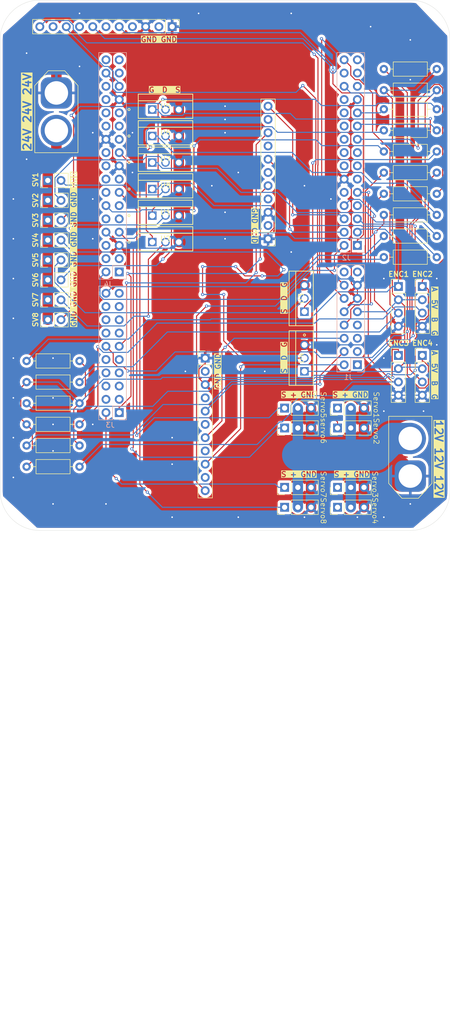
<source format=kicad_pcb>
(kicad_pcb (version 20241229) (generator "pcbnew") (generator_version "9.0")
  (layers (0 "F.Cu" signal) (2 "B.Cu" signal) (13 "F.Paste" user) (15 "B.Paste" user) (5 "F.SilkS" user "F.Silkscreen") (7 "B.SilkS" user "B.Silkscreen") (1 "F.Mask" user) (3 "B.Mask" user) (25 "Edge.Cuts" user))
  (net 0 "")
  (net 2 "GND")
  (net 4 "PC_11")
  (net 5 "VIN")
  (net 7 "+3.3V")
  (net 8 "PC_9")
  (net 9 "PG_3")
  (net 10 "PG_2")
  (net 11 "PC_10")
  (net 12 "PC_8")
  (net 13 "+5V")
  (net 14 "PD_2")
  (net 15 "PC_12")
  (net 18 "PD_4")
  (net 20 "PD_3")
  (net 21 "PD_1")
  (net 22 "PD_0")
  (net 23 "PE_2")
  (net 25 "PG_1")
  (net 26 "PD_6")
  (net 27 "PF_10")
  (net 28 "PF_2")
  (net 29 "PF_9")
  (net 30 "PF_7")
  (net 31 "PF_0")
  (net 32 "PD_5")
  (net 33 "PC_0")
  (net 34 "PF_1")
  (net 35 "PA_3")
  (net 37 "PE_4")
  (net 38 "PC_3")
  (net 39 "PF_3")
  (net 41 "PE_3")
  (net 42 "PF_5")
  (net 43 "PD_7")
  (net 45 "PB_8")
  (net 47 "PA_6")
  (net 49 "PB_3")
  (net 50 "PB_15")
  (net 52 "PC_6")
  (net 55 "PB_13")
  (net 57 "PB_9")
  (net 58 "PF_12")
  (net 62 "PA_15")
  (net 63 "PC_7")
  (net 64 "PB_6")
  (net 65 "PG_14")
  (net 67 "PG_9")
  (net 69 "PB_10")
  (net 70 "PE_8")
  (net 72 "PD_11")
  (net 73 "PF_13")
  (net 75 "PF_15")
  (net 76 "PE_7")
  (net 79 "PA_0")
  (net 85 "PB_1")
  (net 86 "PD_12")
  (net 89 "PD_13")
  (net 90 "PF_14")
  (net 92 "PB_11")
  (net 109 "SERVO+")
  (net 110 "Net-(J13-Pin_2)")
  (net 111 "TR+")
  (net 112 "Net-(J14-Pin_2)")
  (net 113 "Net-(J15-Pin_2)")
  (net 114 "Net-(J16-Pin_2)")
  (net 115 "Net-(J20-Pin_2)")
  (net 116 "Net-(J21-Pin_2)")
  (net 117 "Net-(J22-Pin_2)")
  (net 118 "Net-(J23-Pin_2)")
  (net 119 "PE_11")
  (net 120 "PE_14")
  (net 121 "PE_5")
  (net 122 "Net-(U1-G)")
  (net 123 "Net-(U2-G)")
  (net 124 "Net-(U3-G)")
  (net 125 "Net-(U4-G)")
  (net 126 "Net-(U5-G)")
  (net 127 "Net-(U6-G)")
  (net 128 "Net-(U7-G)")
  (net 129 "Net-(U8-G)")
  (footprint "Connector_PinHeader_2.54mm:PinHeader_1x02_P2.54mm_Vertical" (layer "F.Cu") (at 115.824 118.364 90)
    (property "Reference" "J16" (hide yes))
    (property "Value" "Conn_01x02_Pin" (hide yes))
  )
  (footprint "Connector_PinHeader_2.54mm:PinHeader_1x11_P2.54mm_Vertical" (layer "F.Cu") (at 158.115 114.3 180)
    (property "Reference" "J6" (hide yes))
    (property "Value" "Conn_01x11_Pin" (hide yes))
  )
  (footprint "Resistor_THT:R_Axial_DIN0207_L6.3mm_D2.5mm_P10.16mm_Horizontal" (layer "F.Cu") (at 111.76 153.91)
    (property "Reference" "R5" (hide yes))
    (property "Value" "R" (hide yes))
  )
  (footprint "Connector_PinHeader_2.54mm:PinHeader_1x03_P2.54mm_Vertical" (layer "F.Cu") (at 161.29 165.74 90)
    (property "Reference" "J18" (hide yes))
    (property "Value" "Conn_01x03_Pin" (hide yes))
  )
  (footprint "Connector_PinHeader_2.54mm:PinHeader_1x03_P2.54mm_Vertical" (layer "F.Cu") (at 171.45 150.55 90)
    (property "Reference" "J26" (hide yes))
    (property "Value" "Conn_01x03_Pin")
  )
  (footprint "Resistor_THT:R_Axial_DIN0207_L6.3mm_D2.5mm_P10.16mm_Horizontal" (layer "F.Cu") (at 180.34 101.628)
    (property "Reference" "R12" (hide yes))
    (property "Value" "R" (hide yes))
  )
  (footprint "Connector_PinHeader_2.54mm:PinHeader_1x04_P2.54mm_Vertical" (layer "F.Cu") (at 183.134 123.444)
    (property "Reference" "J8" (hide yes))
    (property "Value" "Conn_01x04_Pin" (hide yes))
  )
  (footprint "Connector_PinHeader_2.54mm:PinHeader_1x04_P2.54mm_Vertical" (layer "F.Cu") (at 187.724 136.652)
    (property "Reference" "J11" (hide yes))
    (property "Value" "Conn_01x04_Pin" (hide yes))
  )
  (footprint "Connector_PinHeader_2.54mm:PinHeader_1x03_P2.54mm_Vertical" (layer "F.Cu") (at 161.29 161.93 90)
    (property "Reference" "J19" (hide yes))
    (property "Value" "Conn_01x03_Pin" (hide yes))
  )
  (footprint "Resistor_THT:R_Axial_DIN0207_L6.3mm_D2.5mm_P10.16mm_Horizontal" (layer "F.Cu") (at 180.34 109.728)
    (property "Reference" "R14" (hide yes))
    (property "Value" "R" (hide yes))
  )
  (footprint "footprints:PG-TO220-3_INF" (layer "F.Cu") (at 165.1 128.27 90)
    (property "Reference" "U3")
    (property "Value" "IRLB3813PBF")
  )
  (footprint "Connector_AMASS:AMASS_XT60-M_1x02_P7.20mm_Vertical" (layer "F.Cu") (at 185.42 159.766 90)
    (property "Reference" "J28" (hide yes))
    (property "Value" "XT60-M" (hide yes))
  )
  (footprint "Connector_PinHeader_2.54mm:PinHeader_1x02_P2.54mm_Vertical" (layer "F.Cu") (at 115.824 110.744 90)
    (property "Reference" "J21" (hide yes))
    (property "Value" "Conn_01x02_Pin" (hide yes))
  )
  (footprint "Resistor_THT:R_Axial_DIN0207_L6.3mm_D2.5mm_P10.16mm_Horizontal" (layer "F.Cu") (at 111.76 141.76)
    (property "Reference" "R2" (hide yes))
    (property "Value" "R" (hide yes))
  )
  (footprint "Connector_PinHeader_2.54mm:PinHeader_1x03_P2.54mm_Vertical" (layer "F.Cu") (at 161.29 150.55 90)
    (property "Reference" "J12" (hide yes))
    (property "Value" "Conn_01x03_Pin" (hide yes))
  )
  (footprint "Connector_PinHeader_2.54mm:PinHeader_1x02_P2.54mm_Vertical" (layer "F.Cu") (at 115.824 122.174 90)
    (property "Reference" "J15" (hide yes))
    (property "Value" "Conn_01x02_Pin" (hide yes))
  )
  (footprint "Resistor_THT:R_Axial_DIN0207_L6.3mm_D2.5mm_P10.16mm_Horizontal" (layer "F.Cu") (at 180.34 85.838)
    (property "Reference" "R8" (hide yes))
    (property "Value" "R" (hide yes))
  )
  (footprint "Connector_PinHeader_2.54mm:PinHeader_1x02_P2.54mm_Vertical" (layer "F.Cu") (at 115.827 129.807 90)
    (property "Reference" "J13" (hide yes))
    (property "Value" "Conn_01x02_Pin" (hide yes))
  )
  (footprint "Resistor_THT:R_Axial_DIN0207_L6.3mm_D2.5mm_P10.16mm_Horizontal" (layer "F.Cu") (at 180.34 113.778)
    (property "Reference" "R15" (hide yes))
    (property "Value" "R" (hide yes))
  )
  (footprint "Connector_PinHeader_2.54mm:PinHeader_1x03_P2.54mm_Vertical" (layer "F.Cu") (at 171.45 161.93 90)
    (property "Reference" "J25" (hide yes))
    (property "Value" "Conn_01x03_Pin")
  )
  (footprint "footprints:PG-TO220-3_INF" (layer "F.Cu") (at 165.1 139.7 90)
    (property "Reference" "U4")
    (property "Value" "IRLB3813PBF")
  )
  (footprint "Connector_PinHeader_2.54mm:PinHeader_1x02_P2.54mm_Vertical" (layer "F.Cu") (at 115.824 103.124 90)
    (property "Reference" "J23" (hide yes))
    (property "Value" "Conn_01x02_Pin" (hide yes))
  )
  (footprint "Resistor_THT:R_Axial_DIN0207_L6.3mm_D2.5mm_P10.16mm_Horizontal" (layer "F.Cu") (at 180.34 97.578)
    (property "Reference" "R11" (hide yes))
    (property "Value" "R" (hide yes))
  )
  (footprint "footprints:PG-TO220-3_INF" (layer "F.Cu") (at 135.89 109.855)
    (property "Reference" "U1")
    (property "Value" "IRLB3813PBF")
  )
  (footprint "footprints:PG-TO220-3_INF" (layer "F.Cu") (at 135.89 114.935)
    (property "Reference" "U2")
    (property "Value" "IRLB3813PBF")
  )
  (footprint "Resistor_THT:R_Axial_DIN0207_L6.3mm_D2.5mm_P10.16mm_Horizontal" (layer "F.Cu") (at 111.76 149.86)
    (property "Reference" "R4" (hide yes))
    (property "Value" "R" (hide yes))
  )
  (footprint "Connector_PinHeader_2.54mm:PinHeader_1x02_P2.54mm_Vertical" (layer "F.Cu") (at 115.824 106.934 90)
    (property "Reference" "J22" (hide yes))
    (property "Value" "Conn_01x02_Pin" (hide yes))
  )
  (footprint "Resistor_THT:R_Axial_DIN0207_L6.3mm_D2.5mm_P10.16mm_Horizontal" (layer "F.Cu") (at 180.34 89.478)
    (property "Reference" "R9" (hide yes))
    (property "Value" "R" (hide yes))
  )
  (footprint "Resistor_THT:R_Axial_DIN0207_L6.3mm_D2.5mm_P10.16mm_Horizontal" (layer "F.Cu") (at 180.34 81.788)
    (property "Reference" "R7" (hide yes))
    (property "Value" "R" (hide yes))
  )
  (footprint "footprints:PG-TO220-3_INF" (layer "F.Cu") (at 135.89 99.695)
    (property "Reference" "U7")
    (property "Value" "IRLB3813PBF")
  )
  (footprint "Connector_PinHeader_2.54mm:PinHeader_1x03_P2.54mm_Vertical" (layer "F.Cu") (at 171.45 165.74 90)
    (property "Reference" "J24" (hide yes))
    (property "Value" "Conn_01x03_Pin" (hide yes))
  )
  (footprint "Connector_PinHeader_2.54mm:PinHeader_1x11_P2.54mm_Vertical" (layer "F.Cu") (at 139.7 73.66 -90)
    (property "Reference" "J5" (hide yes))
    (property "Value" "Conn_01x11_Pin" (hide yes))
  )
  (footprint "Connector_PinHeader_2.54mm:PinHeader_1x04_P2.54mm_Vertical" (layer "F.Cu") (at 183.134 136.652)
    (property "Reference" "J10" (hide yes))
    (property "Value" "Conn_01x04_Pin" (hide yes))
  )
  (footprint "Resistor_THT:R_Axial_DIN0207_L6.3mm_D2.5mm_P10.16mm_Horizontal" (layer "F.Cu") (at 111.76 137.71)
    (property "Reference" "R1" (hide yes))
    (property "Value" "R" (hide yes))
  )
  (footprint "Connector_PinHeader_2.54mm:PinHeader_1x02_P2.54mm_Vertical" (layer "F.Cu") (at 115.824 114.554 90)
    (property "Reference" "J20" (hide yes))
    (property "Value" "Conn_01x02_Pin" (hide yes))
  )
  (footprint "Connector_PinHeader_2.54mm:PinHeader_1x02_P2.54mm_Vertical" (layer "F.Cu") (at 115.827 125.997 90)
    (property "Reference" "J14" (hide yes))
    (property "Value" "Conn_01x02_Pin" (hide yes))
  )
  (footprint "Resistor_THT:R_Axial_DIN0207_L6.3mm_D2.5mm_P10.16mm_Horizontal" (layer "F.Cu") (at 111.76 157.96)
    (property "Reference" "R6" (hide yes))
    (property "Value" "R" (hide yes))
  )
  (footprint "Connector_PinHeader_2.54mm:PinHeader_1x04_P2.54mm_Vertical" (layer "F.Cu") (at 187.724 123.444)
    (property "Reference" "J9" (hide yes))
    (property "Value" "Conn_01x04_Pin" (hide yes))
  )
  (footprint "Connector_PinHeader_2.54mm:PinHeader_1x11_P2.54mm_Vertical" (layer "F.Cu") (at 146.05 137.16)
    (property "Reference" "J7" (hide yes))
    (property "Value" "Conn_01x11_Pin" (hide yes))
  )
  (footprint "footprints:PG-TO220-3_INF" (layer "F.Cu") (at 135.89 94.615)
    (property "Reference" "U6")
    (property "Value" "IRLB3813PBF")
  )
  (footprint "Connector_AMASS:AMASS_XT60-M_1x02_P7.20mm_Vertical" (layer "F.Cu") (at 117.475 86.36 -90)
    (property "Reference" "J29" (hide yes))
    (property "Value" "XT60-M" (hide yes))
  )
  (footprint "Connector_PinHeader_2.54mm:PinHeader_1x03_P2.54mm_Vertical" (layer "F.Cu") (at 161.29 146.74 90)
    (property "Reference" "J17" (hide yes))
    (property "Value" "Conn_01x03_Pin" (hide yes))
  )
  (footprint "footprints:PG-TO220-3_INF" (layer "F.Cu") (at 135.89 89.535)
    (property "Reference" "U5")
    (property "Value" "IRLB3813PBF")
  )
  (footprint "Resistor_THT:R_Axial_DIN0207_L6.3mm_D2.5mm_P10.16mm_Horizontal" (layer "F.Cu") (at 180.34 117.828)
    (property "Reference" "R16" (hide yes))
    (property "Value" "R" (hide yes))
  )
  (footprint "Connector_PinHeader_2.54mm:PinHeader_1x03_P2.54mm_Vertical" (layer "F.Cu") (at 171.45 146.74 90)
    (property "Reference" "J27" (hide yes))
    (property "Value" "Conn_01x03_Pin")
  )
  (footprint "Resistor_THT:R_Axial_DIN0207_L6.3mm_D2.5mm_P10.16mm_Horizontal" (layer "F.Cu") (at 180.34 93.528)
    (property "Reference" "R10" (hide yes))
    (property "Value" "R" (hide yes))
  )
  (footprint "Resistor_THT:R_Axial_DIN0207_L6.3mm_D2.5mm_P10.16mm_Horizontal" (layer "F.Cu") (at 180.34 105.678)
    (property "Reference" "R13" (hide yes))
    (property "Value" "R" (hide yes))
  )
  (footprint "footprints:PG-TO220-3_INF" (layer "F.Cu") (at 135.89 104.775)
    (property "Reference" "U8")
    (property "Value" "IRLB3813PBF")
  )
  (footprint "Resistor_THT:R_Axial_DIN0207_L6.3mm_D2.5mm_P10.16mm_Horizontal" (layer "F.Cu") (at 111.76 145.81)
    (property "Reference" "R3" (hide yes))
    (property "Value" "R" (hide yes))
  )
  (footprint "Connector_PinHeader_2.54mm:PinHeader_2x15_P2.54mm_Vertical" (layer "B.Cu") (at 171.88 115.57)
    (property "Reference" "J2")
    (property "Value" "Conn_02x15_Odd_Even" (hide yes))
  )
  (footprint "Connector_PinHeader_2.54mm:PinHeader_2x17_P2.54mm_Vertical" (layer "B.Cu") (at 126.16 120.65)
    (property "Reference" "J4")
    (property "Value" "Conn_02x17_Odd_Even")
  )
  (footprint "Connector_PinHeader_2.54mm:PinHeader_2x10_P2.54mm_Vertical" (layer "B.Cu") (at 126.54 147.6)
    (property "Reference" "J3")
    (property "Value" "Conn_02x10_Odd_Even")
  )
  (footprint "Connector_PinHeader_2.54mm:PinHeader_2x08_P2.54mm_Vertical" (layer "B.Cu") (at 172.26 138.44)
    (property "Reference" "J1")
    (property "Value" "Conn_02x08_Odd_Even" (hide yes))
  )
  (gr_line (start 114.3 68.58) (end 185.42 68.58) (stroke (width 0.05)) (layer "Edge.Cuts"))
  (gr_arc (start 193.04 162.56) (mid 190.808154 167.948154) (end 185.42 170.18) (stroke (width 0.05)) (layer "Edge.Cuts"))
  (gr_line (start 114.3 170.18) (end 185.42 170.18) (stroke (width 0.05)) (layer "Edge.Cuts"))
  (gr_arc (start 114.3 170.18) (mid 108.911846 167.948154) (end 106.68 162.56) (stroke (width 0.05)) (layer "Edge.Cuts"))
  (gr_arc (start 106.68 76.2) (mid 108.911846 70.811846) (end 114.3 68.58) (stroke (width 0.05)) (layer "Edge.Cuts"))
  (gr_line (start 193.04 162.56) (end 193.04 76.2) (stroke (width 0.05)) (layer "Edge.Cuts"))
  (gr_arc (start 185.42 68.58) (mid 190.808154 70.811846) (end 193.04 76.2) (stroke (width 0.05)) (layer "Edge.Cuts"))
  (gr_line (start 106.68 76.2) (end 106.68 162.56) (stroke (width 0.05)) (layer "Edge.Cuts"))
  (gr_text "GND GND" (at 133.604 76.708 0) (layer "F.SilkS" knockout) (effects (font (size 1 1) (thickness 0.2) (bold yes)) (justify left bottom)))
  (gr_text "GND GND" (at 149.098 143.256 90) (layer "F.SilkS" knockout) (effects (font (size 1 1) (thickness 0.2) (bold yes)) (justify left bottom)))
  (gr_text "A  5V  B  G" (at 189.484 135.636 270) (layer "F.SilkS" knockout) (effects (font (size 1 1) (thickness 0.2) (bold yes)) (justify left bottom)))
  (gr_text "S + GND" (at 160.528 144.78 0) (layer "F.SilkS" knockout) (effects (font (size 1 1) (thickness 0.2) (bold yes)) (justify left bottom)))
  (gr_text "SV8" (at 114.046 131.318 90) (layer "F.SilkS") (effects (font (size 1 1) (thickness 0.2) (bold yes)) (justify left bottom)))
  (gr_text "Servo1Servo2" (at 178.308 143.51 270) (layer "F.SilkS") (effects (font (size 1 1) (thickness 0.125)) (justify left bottom)))
  (gr_text "G  D  S" (at 135.128 86.36 0) (layer "F.SilkS" knockout) (effects (font (size 1 1) (thickness 0.2) (bold yes)) (justify left bottom)))
  (gr_text "GND GND GND GND GND GND GND GND" (at 121.412 131.318 90) (layer "F.SilkS" knockout) (effects (font (size 1 1) (thickness 0.2) (bold yes)) (justify left bottom)))
  (gr_text "SV6" (at 114.046 123.698 90) (layer "F.SilkS") (effects (font (size 1 1) (thickness 0.2) (bold yes)) (justify left bottom)))
  (gr_text "24V 24V 24V" (at 112.776 97.536 90) (layer "F.SilkS" knockout) (effects (font (size 1.5 1.5) (thickness 0.3) (bold yes)) (justify left bottom)))
  (gr_text "A  5V  B  G" (at 189.484 123.444 270) (layer "F.SilkS" knockout) (effects (font (size 1 1) (thickness 0.2) (bold yes)) (justify left bottom)))
  (gr_text "GND GND" (at 154.94 108.204 270) (layer "F.SilkS" knockout) (effects (font (size 1 1) (thickness 0.2) (bold yes)) (justify left bottom)))
  (gr_text "Servo5servo6" (at 168.148 143.51 270) (layer "F.SilkS") (effects (font (size 1 1) (thickness 0.125)) (justify left bottom)))
  (gr_text "Servo3Servo4" (at 178.054 158.75 270) (layer "F.SilkS") (effects (font (size 1 1) (thickness 0.125)) (justify left bottom)))
  (gr_text "SV1" (at 114.046 104.504 90) (layer "F.SilkS") (effects (font (size 1 1) (thickness 0.2) (bold yes)) (justify left bottom)))
  (gr_text "S + GND" (at 160.528 160.02 0) (layer "F.SilkS" knockout) (effects (font (size 1 1) (thickness 0.2) (bold yes)) (justify left bottom)))
  (gr_text "SV2" (at 114.046 108.458 90) (layer "F.SilkS") (effects (font (size 1 1) (thickness 0.2) (bold yes)) (justify left bottom)))
  (gr_text "ENC4" (at 185.674 134.874 0) (layer "F.SilkS") (effects (font (size 1 1) (thickness 0.2) (bold yes)) (justify left bottom)))
  (gr_text "ENC2" (at 185.674 121.666 0) (layer "F.SilkS") (effects (font (size 1 1) (thickness 0.2) (bold yes)) (justify left bottom)))
  (gr_text "12V 12V 12V" (at 189.992 148.844 270) (layer "F.SilkS" knockout) (effects (font (size 1.5 1.5) (thickness 0.3) (bold yes)) (justify left bottom)))
  (gr_text "SV5" (at 114.046 119.888 90) (layer "F.SilkS") (effects (font (size 1 1) (thickness 0.2) (bold yes)) (justify left bottom)))
  (gr_text "SV7" (at 114.046 127.508 90) (layer "F.SilkS") (effects (font (size 1 1) (thickness 0.2) (bold yes)) (justify left bottom)))
  (gr_text "SV4" (at 114.046 116.078 90) (layer "F.SilkS") (effects (font (size 1 1) (thickness 0.2) (bold yes)) (justify left bottom)))
  (gr_text "S  D  G" (at 161.798 128.778 90) (layer "F.SilkS" knockout) (effects (font (size 1 1) (thickness 0.2) (bold yes)) (justify left bottom)))
  (gr_text "Servo7Servo8" (at 168.148 158.75 270) (layer "F.SilkS") (effects (font (size 1 1) (thickness 0.125)) (justify left bottom)))
  (gr_text "SV3" (at 114.046 112.268 90) (layer "F.SilkS") (effects (font (size 1 1) (thickness 0.2) (bold yes)) (justify left bottom)))
  (gr_text "S + GND" (at 170.434 144.78 0) (layer "F.SilkS" knockout) (effects (font (size 1 1) (thickness 0.2) (bold yes)) (justify left bottom)))
  (gr_text "ENC3" (at 181.102 134.874 0) (layer "F.SilkS") (effects (font (size 1 1) (thickness 0.2) (bold yes)) (justify left bottom)))
  (gr_text "S + GND" (at 170.688 160.02 0) (layer "F.SilkS" knockout) (effects (font (size 1 1) (thickness 0.2) (bold yes)) (justify left bottom)))
  (gr_text "ENC1" (at 181.102 121.666 0) (layer "F.SilkS") (effects (font (size 1 1) (thickness 0.2) (bold yes)) (justify left bottom)))
  (gr_text "S  D  G" (at 161.798 140.208 90) (layer "F.SilkS" knockout) (effects (font (size 1 1) (thickness 0.2) (bold yes)) (justify left bottom)))
  (segment (start 158.115 114.3) (end 158.115 115.4517) (width 0.2) (layer "F.Cu") (net 2))
  (segment (start 173.99 88.9) (end 173.99 101.6) (width 0.2) (layer "F.Cu") (net 2))
  (segment (start 158.3555 113.1483) (end 159.2667 112.2371) (width 0.2) (layer "F.Cu") (net 2))
  (segment (start 140.97 114.935) (end 144.145 114.935) (width 2) (layer "F.Cu") (net 2))
  (segment (start 189.3418 132.6818) (end 187.724 131.064) (width 0.2) (layer "F.Cu") (net 2))
  (segment (start 144.8399 139.2776) (end 144.8399 141.0299) (width 0.2) (layer "F.Cu") (net 2))
  (segment (start 152.4 123.19) (end 152.4 131.35) (width 2) (layer "F.Cu") (net 2))
  (segment (start 152.4 131.35) (end 152.4 134.62) (width 2) (layer "F.Cu") (net 2))
  (segment (start 135.2688 74.3088) (end 135.2688 76.835) (width 0.2) (layer "F.Cu") (net 2))
  (segment (start 189.3418 142.6542) (end 189.3418 132.6818) (width 0.2) (layer "F.Cu") (net 2))
  (segment (start 147.2017 136.0083) (end 147.3271 135.8829) (width 0.2) (layer "F.Cu") (net 2))
  (segment (start 146.05 138.3117) (end 145.8058 138.3117) (width 0.2) (layer "F.Cu") (net 2))
  (segment (start 134.62 73.66) (end 135.2688 74.3088) (width 0.2) (layer "F.Cu") (net 2))
  (segment (start 175.26 123.2) (end 175.26 124.47) (width 0.2) (layer "F.Cu") (net 2))
  (segment (start 158.1031 123.19) (end 165.1 123.19) (width 2) (layer "F.Cu") (net 2))
  (segment (start 128.27 96.52) (end 128.27 99.06) (width 0.2) (layer "F.Cu") (net 2))
  (segment (start 184.667 159.013) (end 185.42 159.766) (width 0.2) (layer "F.Cu") (net 2))
  (segment (start 174.1083 121.137) (end 174.1083 104.2583) (width 0.2) (layer "F.Cu") (net 2))
  (segment (start 158.115 115.4517) (end 158.1277 115.4644) (width 0.2) (layer "F.Cu") (net 2))
  (segment (start 139.7 73.66) (end 139.7 76.835) (width 0.2) (layer "F.Cu") (net 2))
  (segment (start 144.8399 141.0299) (end 146.05 142.24) (width 0.2) (layer "F.Cu") (net 2))
  (segment (start 133.9713 76.835) (end 140.97 76.835) (width 2) (layer "F.Cu") (net 2))
  (segment (start 174.1098 122.8618) (end 174.1098 121.1385) (width 0.2) (layer "F.Cu") (net 2))
  (segment (start 159.2667 112.2371) (end 159.2667 110.3717) (width 0.2) (layer "F.Cu") (net 2))
  (segment (start 183.073 159.013) (end 184.667 159.013) (width 0.2) (layer "F.Cu") (net 2))
  (segment (start 146.05 137.16) (end 146.05 138.3117) (width 0.2) (layer "F.Cu") (net 2))
  (segment (start 117.475 86.36) (end 117.475 76.835) (width 2) (layer "F.Cu") (net 2))
  (segment (start 146.05 137.16) (end 146.05 136.0083) (width 0.2) (layer "F.Cu") (net 2))
  (segment (start 158.1277 115.4644) (end 158.1277 123.19) (width 0.2) (layer "F.Cu") (net 2))
  (segment (start 159.2667 110.3717) (end 158.115 109.22) (width 0.2) (layer "F.Cu") (net 2))
  (segment (start 140.97 76.835) (end 140.97 114.935) (width 2) (layer "F.Cu") (net 2))
  (segment (start 128.27 88.9) (end 128.27 93.98) (width 0.2) (layer "F.Cu") (net 2))
  (segment (start 152.4 123.19) (end 158.1031 123.19) (width 2) (layer "F.Cu") (net 2))
  (segment (start 175.26 124.012) (end 174.1098 122.8618) (width 0.2) (layer "F.Cu") (net 2))
  (segment (start 158.115 114.3) (end 158.115 113.1483) (width 0.2) (layer "F.Cu") (net 2))
  (segment (start 117.475 76.835) (end 133.9713 76.835) (width 2) (layer "F.Cu") (net 2))
  (segment (start 146.05 136.0083) (end 147.2017 136.0083) (width 0.2) (layer "F.Cu") (net 2))
  (segment (start 127 95.25) (end 128.27 96.52) (width 0.2) (layer "F.Cu") (net 2))
  (segment (start 175.26 87.63) (end 173.99 88.9) (width 0.2) (layer "F.Cu") (net 2))
  (segment (start 129.54 87.63) (end 128.27 88.9) (width 0.2) (layer "F.Cu") (net 2))
  (segment (start 147.3271 124.617) (end 150.5771 121.367) (width 0.2) (layer "F.Cu") (net 2))
  (segment (start 158.115 113.1483) (end 158.3555 113.1483) (width 0.2) (layer "F.Cu") (net 2))
  (segment (start 175.26 124.47) (end 175.26 125.74) (width 0.2) (layer "F.Cu") (net 2))
  (segment (start 147.3271 135.8829) (end 147.3271 124.617) (width 0.2) (layer "F.Cu") (net 2))
  (segment (start 176.53 146.74) (end 176.53 165.74) (width 2) (layer "F.Cu") (net 2))
  (segment (start 128.27 93.98) (end 127 95.25) (width 0.2) (layer "F.Cu") (net 2))
  (segment (start 174.1083 104.2583) (end 172.72 102.87) (width 0.2) (layer "F.Cu") (net 2))
  (segment (start 128.27 76.835) (end 128.27 86.36) (width 0.2) (layer "F.Cu") (net 2))
  (segment (start 175.26 124.47) (end 175.26 124.012) (width 0.2) (layer "F.Cu") (net 2))
  (segment (start 144.145 114.935) (end 152.4 123.19) (width 2) (layer "F.Cu") (net 2))
  (segment (start 166.37 146.74) (end 166.37 165.74) (width 2) (layer "F.Cu") (net 2))
  (segment (start 145.8058 138.3117) (end 144.8399 139.2776) (width 0.2) (layer "F.Cu") (net 2))
  (segment (start 152.4 134.62) (end 165.1 134.62) (width 2) (layer "F.Cu") (net 2))
  (segment (start 183.826 159.766) (end 179.8 155.74) (width 6) (layer "F.Cu") (net 2))
  (segment (start 174.1098 121.1385) (end 174.1083 121.137) (width 0.2) (layer "F.Cu") (net 2))
  (segment (start 179.635 155.575) (end 166.37 155.575) (width 6) (layer "F.Cu") (net 2))
  (segment (start 173.99 101.6) (end 172.72 102.87) (width 0.2) (layer "F.Cu") (net 2))
  (segment (start 128.27 86.36) (end 129.54 87.63) (width 0.2) (layer "F.Cu") (net 2))
  (segment (start 128.27 99.06) (end 129.54 100.33) (width 0.2) (layer "F.Cu") (net 2))
  (segment (start 187.724 144.272) (end 189.3418 142.6542) (width 0.2) (layer "F.Cu") (net 2))
  (via (at 111.76 99.06) (size 0.6) (drill 0.3) (layers "F.Cu" "B.Cu") (net 2))
  (via (at 149.86 114.3) (size 0.6) (drill 0.3) (layers "F.Cu" "B.Cu") (net 2))
  (via (at 175.26 167.64) (size 0.6) (drill 0.3) (layers "F.Cu" "B.Cu") (net 2))
  (via (at 139.7 167.64) (size 0.6) (drill 0.3) (layers "F.Cu" "B.Cu") (net 2))
  (via (at 165.1 104.14) (size 0.6) (drill 0.3) (layers "F.Cu" "B.Cu") (net 2))
  (via (at 162.56 116.84) (size 0.6) (drill 0.3) (layers "F.Cu" "B.Cu") (net 2))
  (via (at 180.34 167.64) (size 0.6) (drill 0.3) (layers "F.Cu" "B.Cu") (net 2))
  (via (at 139.7 152.4) (size 0.6) (drill 0.3) (layers "F.Cu" "B.Cu") (net 2))
  (via (at 109.22 121.92) (size 0.6) (drill 0.3) (layers "F.Cu" "B.Cu") (net 2))
  (via (at 152.4 167.64) (size 0.6) (drill 0.3) (layers "F.Cu" "B.Cu") (net 2))
  (via (at 124.46 93.98) (size 0.6) (drill 0.3) (layers "F.Cu" "B.Cu") (net 2))
  (via (at 149.86 91.44) (size 0.6) (drill 0.3) (layers "F.Cu" "B.Cu") (net 2))
  (via (at 139.7 157.48) (size 0.6) (drill 0.3) (layers "F.Cu" "B.Cu") (net 2))
  (via (at 127 165.1) (size 0.6) (drill 0.3) (layers "F.Cu" "B.Cu") (net 2))
  (via (at 185.42 83.82) (size 0.6) (drill 0.3) (layers "F.Cu" "B.Cu") (net 2))
  (via (at 144.78 71.12) (size 0.6) (drill 0.3) (layers "F.Cu" "B.Cu") (net 2))
  (via (at 152.4 101.6) (size 0.6) (drill 0.3) (layers "F.Cu" "B.Cu") (net 2))
  (via (at 116.84 165.1) (size 0.6) (drill 0.3) (layers "F.Cu" "B.Cu") (net 2))
  (via (at 190.5 134.62) (size 0.6) (drill 0.3) (layers "F.Cu" "B.Cu") (net 2))
  (via (at 109.22 137.16) (size 0.6) (drill 0.3) (layers "F.Cu" "B.Cu") (net 2))
  (via (at 132.08 93.98) (size 0.6) (drill 0.3) (layers "F.Cu" "B.Cu") (net 2))
  (via (at 170.18 106.68) (size 0.6) (drill 0.3) (layers "F.Cu" "B.Cu") (net 2))
  (via (at 149.86 88.9) (size 0.6) (drill 0.3) (layers "F.Cu" "B.Cu") (net 2))
  (via (at 109.22 152.4) (size 0.6) (drill 0.3) (layers "F.Cu" "B.Cu") (net 2))
  (via (at 180.34 147.32) (size 0.6) (drill 0.3) (layers "F.Cu" "B.Cu") (net 2))
  (via (at 109.22 129.54) (size 0.6) (drill 0.3) (layers "F.Cu" "B.Cu") (net 2))
  (via (at 124.46 149.86) (size 0.6) (drill 0.3) (layers "F.Cu" "B.Cu") (net 2))
  (via (at 116.84 149.86) (size 0.6) (drill 0.3) (layers "F.Cu" "B.Cu") (net 2))
  (via (at 124.46 114.3) (size 0.6) (drill 0.3) (layers "F.Cu" "B.Cu") (net 2))
  (via (at 109.22 144.78) (size 0.6) (drill 0.3) (layers "F.Cu" "B.Cu") (net 2))
  (via (at 185.42 76.2) (size 0.6) (drill 0.3) (layers "F.Cu" "B.Cu") (net 2))
  (via (at 187.96 147.32) (size 0.6) (drill 0.3) (layers "F.Cu" "B.Cu") (net 2))
  (via (at 142.24 139.7) (size 0.6) (drill 0.3) (layers "F.Cu" "B.Cu") (net 2))
  (via (at 121.92 81.28) (size 0.6) (drill 0.3) (layers "F.Cu" "B.Cu") (net 2))
  (via (at 165.1 167.64) (size 0.6) (drill 0.3) (layers "F.Cu" "B.Cu") (net 2))
  (via (at 116.84 137.16) (size 0.6) (drill 0.3) (layers "F.Cu" "B.Cu") (net 2))
  (via (at 121.92 71.12) (size 0.6) (drill 0.3) (layers "F.Cu" "B.Cu") (net 2))
  (via (at 190.5 121.92) (size 0.6) (drill 0.3) (layers "F.Cu" "B.Cu") (net 2))
  (via (at 109.22 114.3) (size 0.6) (drill 0.3) (layers "F.Cu" "B.Cu") (net 2))
  (via (at 109.22 106.68) (size 0.6) (drill 0.3) (layers "F.Cu" "B.Cu") (net 2))
  (via (at 132.08 101.6) (size 0.6) (drill 0.3) (layers "F.Cu" "B.Cu") (net 2))
  (via (at 116.84 154.94) (size 0.6) (drill 0.3) (layers "F.Cu" "B.Cu") (net 2))
  (via (at 177.8 73.66) (size 0.6) (drill 0.3) (layers "F.Cu" "B.Cu") (net 2))
  (via (at 111.76 78.74) (size 0.6) (drill 0.3) (layers "F.Cu" "B.Cu") (net 2))
  (via (at 180.34 121.92) (size 0.6) (drill 0.3) (layers "F.Cu" "B.Cu") (net 2))
  (via (at 116.84 144.78) (size 0.6) (drill 0.3) (layers "F.Cu" "B.Cu") (net 2))
  (via (at 180.34 137.16) (size 0.6) (drill 0.3) (layers "F.Cu" "B.Cu") (net 2))
  (via (at 149.86 93.98) (size 0.6) (drill 0.3) (layers "F.Cu" "B.Cu") (net 2))
  (via (at 109.22 160.02) (size 0.6) (drill 0.3) (layers "F.Cu" "B.Cu") (net 2))
  (via (at 162.56 71.12) (size 0.6) (drill 0.3) (layers "F.Cu" "B.Cu") (net 2))
  (via (at 157.48 139.7) (size 0.6) (drill 0.3) (layers "F.Cu" "B.Cu") (net 2))
  (via (at 185.42 165.1) (size 0.6) (drill 0.3) (layers "F.Cu" "B.Cu") (net 2))
  (via (at 149.86 109.22) (size 0.6) (drill 0.3) (layers "F.Cu" "B.Cu") (net 2))
  (via (at 124.46 106.68) (size 0.6) (drill 0.3) (layers "F.Cu" "B.Cu") (net 2))
  (via (at 147.32 104.14) (size 0.6) (drill 0.3) (layers "F.Cu" "B.Cu") (net 2))
  (segment (start 176.53 146.74) (end 178.998 144.272) (width 0.2) (layer "B.Cu") (net 2))
  (segment (start 174.0687 122.0087) (end 166.2813 122.0087) (width 0.2) (layer "B.Cu") (net 2))
  (segment (start 129.54 115.57) (end 130.0715 116.1015) (width 0.2) (layer "B.Cu") (net 2))
  (segment (start 175.26 123.2) (end 174.0687 122.0087) (width 0.2) (layer "B.Cu") (net 2))
  (segment (start 139.8035 116.1015) (end 140.97 114.935) (width 0.2) (layer "B.Cu") (net 2))
  (segment (start 179.578 134.62) (end 165.1 134.62) (width 0.2) (layer "B.Cu") (net 2))
  (segment (start 183.134 131.064) (end 187.724 131.064) (width 0.2) (layer "B.Cu") (net 2))
  (segment (start 183.134 131.064) (end 179.578 134.62) (width 0.2) (layer "B.Cu") (net 2))
  (segment (start 130.0715 116.1015) (end 139.8035 116.1015) (width 0.2) (layer "B.Cu") (net 2))
  (segment (start 178.998 144.272) (end 183.134 144.272) (width 0.2) (layer "B.Cu") (net 2))
  (segment (start 166.2813 122.0087) (end 165.1 123.19) (width 0.2) (layer "B.Cu") (net 2))
  (segment (start 187.724 144.272) (end 183.134 144.272) (width 0.2) (layer "B.Cu") (net 2))
  (segment (start 180.34 101.628) (end 176.8157 105.1523) (width 0.2) (layer "F.Cu") (net 4))
  (segment (start 176.8157 125.8159) (end 175.6216 127.01) (width 0.2) (layer "F.Cu") (net 4))
  (segment (start 174.8416 127.01) (end 173.99 127.8616) (width 0.2) (layer "F.Cu") (net 4))
  (segment (start 173.99 129.55) (end 172.72 130.82) (width 0.2) (layer "F.Cu") (net 4))
  (segment (start 175.6216 127.01) (end 174.8416 127.01) (width 0.2) (layer "F.Cu") (net 4))
  (segment (start 173.99 127.8616) (end 173.99 129.55) (width 0.2) (layer "F.Cu") (net 4))
  (segment (start 176.8157 105.1523) (end 176.8157 125.8159) (width 0.2) (layer "F.Cu") (net 4))
  (segment (start 172.72 135.9) (end 168.0832 140.5368) (width 0.2) (layer "F.Cu") (net 8))
  (segment (start 168.0832 140.5368) (end 168.0832 142.1489) (width 0.2) (layer "F.Cu") (net 8))
  (via (at 168.0832 142.1489) (size 0.6) (drill 0.3) (layers "F.Cu" "B.Cu") (net 8))
  (segment (start 151.2211 142.1489) (end 168.0832 142.1489) (width 0.2) (layer "B.Cu") (net 8))
  (segment (start 146.05 147.32) (end 151.2211 142.1489) (width 0.2) (layer "B.Cu") (net 8))
  (segment (start 168.4102 76.0006) (end 168.3723 75.9627) (width 0.2) (layer "F.Cu") (net 10))
  (segment (start 172.72 123.2) (end 168.4102 118.8902) (width 0.2) (layer "F.Cu") (net 10))
  (segment (start 168.4102 118.8902) (end 168.4102 76.0006) (width 0.2) (layer "F.Cu") (net 10))
  (via (at 168.3723 75.9627) (size 0.6) (drill 0.3) (layers "F.Cu" "B.Cu") (net 10))
  (segment (start 169.9648 81.0938) (end 169.9648 82.2002) (width 0.2) (layer "B.Cu") (net 10))
  (segment (start 169.9648 82.2002) (end 170.3174 82.5528) (width 0.2) (layer "B.Cu") (net 10))
  (segment (start 170.3174 82.5528) (end 170.8157 82.5528) (width 0.2) (layer "B.Cu") (net 10))
  (segment (start 164.8337 75.9627) (end 169.9648 81.0938) (width 0.2) (layer "B.Cu") (net 10))
  (segment (start 126.7627 75.9627) (end 164.8337 75.9627) (width 0.2) (layer "B.Cu") (net 10))
  (segment (start 171.1682 82.2003) (end 171.1682 78.7586) (width 0.2) (layer "B.Cu") (net 10))
  (segment (start 170.8157 82.5528) (end 171.1682 82.2003) (width 0.2) (layer "B.Cu") (net 10))
  (segment (start 124.46 73.66) (end 126.7627 75.9627) (width 0.2) (layer "B.Cu") (net 10))
  (segment (start 171.1682 78.7586) (end 168.3723 75.9627) (width 0.2) (layer "B.Cu") (net 10))
  (segment (start 149.2605 149.1896) (end 149.2604 149.1896) (width 0.2) (layer "F.Cu") (net 11))
  (segment (start 149.8611 135.1115) (end 149.2605 135.7121) (width 0.2) (layer "F.Cu") (net 11))
  (segment (start 149.2605 135.7121) (end 149.2605 149.1896) (width 0.2) (layer "F.Cu") (net 11))
  (segment (start 149.2604 149.1896) (end 146.05 152.4) (width 0.2) (layer "F.Cu") (net 11))
  (via (at 149.8611 135.1115) (size 0.6) (drill 0.3) (layers "F.Cu" "B.Cu") (net 11))
  (segment (start 172.72 133.36) (end 151.6126 133.36) (width 0.2) (layer "B.Cu") (net 11))
  (segment (start 151.6126 133.36) (end 149.8611 135.1115) (width 0.2) (layer "B.Cu") (net 11))
  (segment (start 146.05 157.48) (end 152.846 150.684) (width 0.2) (layer "F.Cu") (net 12))
  (segment (start 152.846 150.684) (end 152.846 138.8409) (width 0.2) (layer "F.Cu") (net 12))
  (via (at 152.846 138.8409) (size 0.6) (drill 0.3) (layers "F.Cu" "B.Cu") (net 12))
  (segment (start 172.72 138.44) (end 153.2469 138.44) (width 0.2) (layer "B.Cu") (net 12))
  (segment (start 153.2469 138.44) (end 152.846 138.8409) (width 0.2) (layer "B.Cu") (net 12))
  (segment (start 120.8183 146.9117) (end 120.8183 152.8083) (width 0.2) (layer "F.Cu") (net 13))
  (segment (start 120.8183 152.8083) (end 121.92 153.91) (width 0.2) (layer "F.Cu") (net 13))
  (segment (start 112.8617 150.9617) (end 112.8617 156.8583) (width 0.2) (layer "F.Cu") (net 13))
  (segment (start 110.6508 148.7508) (end 111.76 149.86) (width 0.2) (layer "F.Cu") (net 13))
  (segment (start 181.9823 87.4803) (end 180.34 85.838) (width 0.2) (layer "F.Cu") (net 13))
  (segment (start 182.0791 103.811) (end 181.9823 103.7142) (width 0.2) (layer "F.Cu") (net 13))
  (segment (start 181.9823 103.7142) (end 181.9823 87.4803) (width 0.2) (layer "F.Cu") (net 13))
  (segment (start 123.0456 144.6844) (end 121.92 145.81) (width 0.2) (layer "F.Cu") (net 13))
  (segment (start 182.0791 103.811) (end 181.9823 103.7142) (width 0.2) (layer "F.Cu") (net 13))
  (segment (start 121.92 145.81) (end 120.8183 146.9117) (width 0.2) (layer "F.Cu") (net 13))
  (segment (start 184.2447 131.8048) (end 184.2447 132.303) (width 0.2) (layer "F.Cu") (net 13))
  (segment (start 184.3501 131.6994) (end 184.2447 131.8048) (width 0.2) (layer "F.Cu") (net 13))
  (segment (start 184.2447 132.303) (end 184.3501 132.4084) (width 0.2) (layer "F.Cu") (net 13))
  (segment (start 112.8617 156.8583) (end 111.76 157.96) (width 0.2) (layer "F.Cu") (net 13))
  (segment (start 111.76 149.86) (end 112.8617 150.9617) (width 0.2) (layer "F.Cu") (net 13))
  (segment (start 110.6508 142.8692) (end 110.6508 148.7508) (width 0.2) (layer "F.Cu") (net 13))
  (segment (start 183.134 125.984) (end 184.3501 127.2001) (width 0.2) (layer "F.Cu") (net 13))
  (segment (start 184.3501 137.9759) (end 183.134 139.192) (width 0.2) (layer "F.Cu") (net 13))
  (segment (start 184.3501 132.4084) (end 184.3501 137.9759) (width 0.2) (layer "F.Cu") (net 13))
  (segment (start 121.92 137.71) (end 123.0456 138.8356) (width 0.2) (layer "F.Cu") (net 13))
  (segment (start 181.9823 103.9078) (end 182.0791 103.811) (width 0.2) (layer "F.Cu") (net 13))
  (segment (start 181.9823 124.8323) (end 181.9823 103.9078) (width 0.2) (layer "F.Cu") (net 13))
  (segment (start 123.0456 138.8356) (end 123.0456 144.6844) (width 0.2) (layer "F.Cu") (net 13))
  (segment (start 183.134 125.984) (end 181.9823 124.8323) (width 0.2) (layer "F.Cu") (net 13))
  (segment (start 111.76 141.76) (end 110.6508 142.8692) (width 0.2) (layer "F.Cu") (net 13))
  (segment (start 184.3501 127.2001) (end 184.3501 131.6994) (width 0.2) (layer "F.Cu") (net 13))
  (segment (start 182.5855 139.7405) (end 183.134 139.192) (width 0.2) (layer "B.Cu") (net 13))
  (segment (start 166.7336 140.6979) (end 166.5688 140.8627) (width 0.2) (layer "B.Cu") (net 13))
  (segment (start 176.6119 139.9068) (end 176.0562 140.4625) (width 0.2) (layer "B.Cu") (net 13))
  (segment (start 187.724 139.192) (end 187.4318 138.8998) (width 0.2) (layer "B.Cu") (net 13))
  (segment (start 190.5 81.788) (end 186.45 85.838) (width 0.2) (layer "B.Cu") (net 13))
  (segment (start 176.0562 140.4625) (end 166.969 140.4625) (width 0.2) (layer "B.Cu") (net 13))
  (segment (start 166.7336 140.6979) (end 166.5688 140.8627) (width 0.2) (layer "B.Cu") (net 13))
  (segment (start 187.4318 138.8998) (end 183.4262 138.8998) (width 0.2) (layer "B.Cu") (net 13))
  (segment (start 166.969 140.4625) (end 166.7336 140.6979) (width 0.2) (layer "B.Cu") (net 13))
  (segment (start 176.7782 139.7405) (end 182.5855 139.7405) (width 0.2) (layer "B.Cu") (net 13))
  (segment (start 176.6119 139.9068) (end 176.7782 139.7405) (width 0.2) (layer "B.Cu") (net 13))
  (segment (start 137.5048 141.2) (end 126.53 141.2) (width 0.2) (layer "B.Cu") (net 13))
  (segment (start 166.5688 140.8627) (end 137.8421 140.8627) (width 0.2) (layer "B.Cu") (net 13))
  (segment (start 126.53 141.2) (end 121.92 145.81) (width 0.2) (layer "B.Cu") (net 13))
  (segment (start 183.4262 138.8998) (end 183.134 139.192) (width 0.2) (layer "B.Cu") (net 13))
  (segment (start 183.134 125.984) (end 187.724 125.984) (width 0.2) (layer "B.Cu") (net 13))
  (segment (start 180.838 128.28) (end 175.26 128.28) (width 0.2) (layer "B.Cu") (net 13))
  (segment (start 121.92 145.81) (end 117.87 141.76) (width 0.2) (layer "B.Cu") (net 13))
  (segment (start 186.45 85.838) (end 180.34 85.838) (width 0.2) (layer "B.Cu") (net 13))
  (segment (start 176.6119 139.9068) (end 176.7782 139.7405) (width 0.2) (layer "B.Cu") (net 13))
  (segment (start 117.87 141.76) (end 111.76 141.76) (width 0.2) (layer "B.Cu") (net 13))
  (segment (start 183.134 125.984) (end 180.838 128.28) (width 0.2) (layer "B.Cu") (net 13))
  (segment (start 137.8421 140.8627) (end 137.5048 141.2) (width 0.2) (layer "B.Cu") (net 13))
  (segment (start 167.695 100.1949) (end 167.695 79.6776) (width 0.2) (layer "F.Cu") (net 14))
  (segment (start 168.0085 103.6375) (end 167.7731 103.4021) (width 0.2) (layer "F.Cu") (net 14))
  (segment (start 167.6587 103.2877) (end 167.6587 100.2312) (width 0.2) (layer "F.Cu") (net 14))
  (segment (start 167.695 79.6776) (end 166.9743 78.9569) (width 0.2) (layer "F.Cu") (net 14))
  (segment (start 167.6587 100.2312) (end 167.695 100.1949) (width 0.2) (layer "F.Cu") (net 14))
  (segment (start 167.7731 103.4021) (end 167.6587 103.2877) (width 0.2) (layer "F.Cu") (net 14))
  (segment (start 172.72 125.74) (end 168.0085 121.0285) (width 0.2) (layer "F.Cu") (net 14))
  (segment (start 167.7731 103.4021) (end 167.6587 103.2877) (width 0.2) (layer "F.Cu") (net 14))
  (segment (start 168.0085 121.0285) (end 168.0085 103.6375) (width 0.2) (layer "F.Cu") (net 14))
  (via (at 166.9743 78.9569) (size 0.6) (drill 0.3) (layers "F.Cu" "B.Cu") (net 14))
  (segment (start 164.7835 76.7661) (end 166.9743 78.9569) (width 0.2) (layer "B.Cu") (net 14))
  (segment (start 120.7189 73.3612) (end 120.7189 74.1763) (width 0.2) (layer "B.Cu") (net 14))
  (segment (start 119.86 72.5023) (end 120.7189 73.3612) (width 0.2) (layer "B.Cu") (net 14))
  (segment (start 120.7189 74.1763) (end 123.3087 76.7661) (width 0.2) (layer "B.Cu") (net 14))
  (segment (start 123.3087 76.7661) (end 164.7835 76.7661) (width 0.2) (layer "B.Cu") (net 14))
  (segment (start 114.3 73.66) (end 115.4577 72.5023) (width 0.2) (layer "B.Cu") (net 14))
  (segment (start 115.4577 72.5023) (end 119.86 72.5023) (width 0.2) (layer "B.Cu") (net 14))
  (segment (start 177.7899 108.2281) (end 177.7899 126.6105) (width 0.2) (layer "F.Cu") (net 15))
  (segment (start 180.34 105.678) (end 177.7899 108.2281) (width 0.2) (layer "F.Cu") (net 15))
  (segment (start 177.7899 126.6105) (end 177.9529 126.7735) (width 0.2) (layer "F.Cu") (net 15))
  (via (at 177.9529 126.7735) (size 0.6) (drill 0.3) (layers "F.Cu" "B.Cu") (net 15))
  (segment (start 177.8347 126.8917) (end 174.1083 126.8917) (width 0.2) (layer "B.Cu") (net 15))
  (segment (start 177.9529 126.7735) (end 177.8347 126.8917) (width 0.2) (layer "B.Cu") (net 15))
  (segment (start 174.1083 126.8917) (end 172.72 128.28) (width 0.2) (layer "B.Cu") (net 15))
  (segment (start 178.5468 113.5781) (end 178.5469 113.5781) (width 0.2) (layer "F.Cu") (net 18))
  (segment (start 180.9441 128.5081) (end 180.9441 134.3539) (width 0.2) (layer "F.Cu") (net 18))
  (segment (start 178.5469 126.1109) (end 180.9441 128.5081) (width 0.2) (layer "F.Cu") (net 18))
  (segment (start 178.1916 113.2229) (end 178.5468 113.5781) (width 0.2) (layer "F.Cu") (net 18))
  (segment (start 180.9441 134.3539) (end 182.0905 135.5003) (width 0.2) (layer "F.Cu") (net 18))
  (segment (start 181.9415 140.738) (end 182.0549 140.8514) (width 0.2) (layer "F.Cu") (net 18))
  (segment (start 183.134 135.5003) (end 182.0905 135.5003) (width 0.2) (layer "F.Cu") (net 18))
  (segment (start 178.1916 110.3014) (end 178.1916 113.2229) (width 0.2) (layer "F.Cu") (net 18))
  (segment (start 181.9415 135.6493) (end 181.9415 140.738) (width 0.2) (layer "F.Cu") (net 18))
  (segment (start 178.5469 113.5781) (end 178.5469 126.1109) (width 0.2) (layer "F.Cu") (net 18))
  (segment (start 182.0905 135.5003) (end 181.9415 135.6493) (width 0.2) (layer "F.Cu") (net 18))
  (segment (start 178.5469 109.9461) (end 178.1916 110.3014) (width 0.2) (layer "F.Cu") (net 18))
  (segment (start 183.134 136.652) (end 183.134 135.5003) (width 0.2) (layer "F.Cu") (net 18))
  (via (at 182.0549 140.8514) (size 0.6) (drill 0.3) (layers "F.Cu" "B.Cu") (net 18))
  (via (at 178.5469 109.9461) (size 0.6) (drill 0.3) (layers "F.Cu" "B.Cu") (net 18))
  (segment (start 182.0549 140.8514) (end 181.5145 140.8514) (width 0.2) (layer "B.Cu") (net 18))
  (segment (start 181.2519 140.5888) (end 181.1693 140.5888) (width 0.2) (layer "B.Cu") (net 18))
  (segment (start 178.5469 109.6046) (end 178.5469 109.9461) (width 0.2) (layer "B.Cu") (net 18))
  (segment (start 181.5145 140.8514) (end 181.2519 140.5888) (width 0.2) (layer "B.Cu") (net 18))
  (segment (start 175.7065 106.7642) (end 178.5469 109.6046) (width 0.2) (layer "B.Cu") (net 18))
  (segment (start 181.1693 140.5888) (end 180.4922 141.2659) (width 0.2) (layer "B.Cu") (net 18))
  (segment (start 172.72 107.95) (end 173.9058 106.7642) (width 0.2) (layer "B.Cu") (net 18))
  (segment (start 167.1016 141.6661) (end 151.0512 141.6661) (width 0.2) (layer "B.Cu") (net 18))
  (segment (start 146.6673 146.05) (end 137.9571 146.05) (width 0.2) (layer "B.Cu") (net 18))
  (segment (start 180.4922 141.2659) (end 167.5018 141.2659) (width 0.2) (layer "B.Cu") (net 18))
  (segment (start 151.0512 141.6661) (end 146.6673 146.05) (width 0.2) (layer "B.Cu") (net 18))
  (segment (start 137.9571 146.05) (end 132.1221 151.885) (width 0.2) (layer "B.Cu") (net 18))
  (segment (start 132.1221 151.885) (end 113.785 151.885) (width 0.2) (layer "B.Cu") (net 18))
  (segment (start 173.9058 106.7642) (end 175.7065 106.7642) (width 0.2) (layer "B.Cu") (net 18))
  (segment (start 167.5018 141.2659) (end 167.1016 141.6661) (width 0.2) (layer "B.Cu") (net 18))
  (segment (start 113.785 151.885) (end 111.76 153.91) (width 0.2) (layer "B.Cu") (net 18))
  (segment (start 173.99 82.9684) (end 173.99 81.28) (width 0.2) (layer "F.Cu") (net 25))
  (segment (start 173.99 81.28) (end 172.72 80.01) (width 0.2) (layer "F.Cu") (net 25))
  (segment (start 175.6259 83.82) (end 174.8416 83.82) (width 0.2) (layer "F.Cu") (net 25))
  (segment (start 174.8416 83.82) (end 173.99 82.9684) (width 0.2) (layer "F.Cu") (net 25))
  (segment (start 181.5111 97.1882) (end 178.1814 93.8585) (width 0.2) (layer "F.Cu") (net 25))
  (segment (start 183.134 128.524) (end 181.5111 126.9011) (width 0.2) (layer "F.Cu") (net 25))
  (segment (start 178.1814 93.8585) (end 178.1814 86.3755) (width 0.2) (layer "F.Cu") (net 25))
  (segment (start 181.5111 126.9011) (end 181.5111 97.1882) (width 0.2) (layer "F.Cu") (net 25))
  (segment (start 178.1814 86.3755) (end 175.6259 83.82) (width 0.2) (layer "F.Cu") (net 25))
  (segment (start 179.5081 132.1499) (end 138.7869 132.1499) (width 0.2) (layer "B.Cu") (net 25))
  (segment (start 138.7869 132.1499) (end 132.1266 138.8102) (width 0.2) (layer "B.Cu") (net 25))
  (segment (start 124.8698 138.8102) (end 121.92 141.76) (width 0.2) (layer "B.Cu") (net 25))
  (segment (start 132.1266 138.8102) (end 124.8698 138.8102) (width 0.2) (layer "B.Cu") (net 25))
  (segment (start 183.134 128.524) (end 179.5081 132.1499) (width 0.2) (layer "B.Cu") (net 25))
  (segment (start 162.2418 103.1868) (end 162.2418 112.3769) (width 0.2) (layer "F.Cu") (net 26))
  (segment (start 162.2418 112.3769) (end 162.295 112.4301) (width 0.2) (layer "F.Cu") (net 26))
  (segment (start 158.115 99.06) (end 162.2418 103.1868) (width 0.2) (layer "F.Cu") (net 26))
  (via (at 162.295 112.4301) (size 0.6) (drill 0.3) (layers "F.Cu" "B.Cu") (net 26))
  (segment (start 162.8949 113.03) (end 162.295 112.4301) (width 0.2) (layer "B.Cu") (net 26))
  (segment (start 172.72 113.03) (end 162.8949 113.03) (width 0.2) (layer "B.Cu") (net 26))
  (segment (start 191.7771 96.2761) (end 191.6108 96.1098) (width 0.2) (layer "F.Cu") (net 28))
  (segment (start 191.7771 96.2761) (end 191.6108 96.1098) (width 0.2) (layer "F.Cu") (net 28))
  (segment (start 186.6535 132.6033) (end 186.5535 132.5033) (width 0.2) (layer "F.Cu") (net 28))
  (segment (start 191.6108 85.3907) (end 190.9564 84.7363) (width 0.2) (layer "F.Cu") (net 28))
  (segment (start 186.5535 130.5856) (end 187.3451 129.794) (width 0.2) (layer "F.Cu") (net 28))
  (segment (start 187.724 122.8681) (end 187.724 122.2923) (width 0.2) (layer "F.Cu") (net 28))
  (segment (start 187.3451 129.794) (end 188.1163 129.794) (width 0.2) (layer "F.Cu") (net 28))
  (segment (start 192.0125 118.0038) (end 192.0125 96.5115) (width 0.2) (layer "F.Cu") (net 28))
  (segment (start 190.9564 84.7363) (end 190.0437 84.7363) (width 0.2) (layer "F.Cu") (net 28))
  (segment (start 187.724 123.444) (end 187.724 122.8681) (width 0.2) (layer "F.Cu") (net 28))
  (segment (start 186.9223 87.8577) (end 186.9223 96.9221) (width 0.2) (layer "F.Cu") (net 28))
  (segment (start 188.8924 129.0179) (end 188.8924 124.0365) (width 0.2) (layer "F.Cu") (net 28))
  (segment (start 186.3592 133.396) (end 186.6535 133.1017) (width 0.2) (layer "F.Cu") (net 28))
  (segment (start 190.0437 84.7363) (end 186.9223 87.8577) (width 0.2) (layer "F.Cu") (net 28))
  (segment (start 186.5535 132.5033) (end 186.5535 130.5856) (width 0.2) (layer "F.Cu") (net 28))
  (segment (start 192.0125 96.5115) (end 191.7771 96.2761) (width 0.2) (layer "F.Cu") (net 28))
  (segment (start 191.6108 96.1098) (end 191.6108 85.3907) (width 0.2) (layer "F.Cu") (net 28))
  (segment (start 187.724 122.2923) (end 192.0125 118.0038) (width 0.2) (layer "F.Cu") (net 28))
  (segment (start 186.6535 133.1017) (end 186.6535 132.6033) (width 0.2) (layer "F.Cu") (net 28))
  (segment (start 188.8924 124.0365) (end 187.724 122.8681) (width 0.2) (layer "F.Cu") (net 28))
  (segment (start 186.3592 139.5015) (end 186.3592 133.396) (width 0.2) (layer "F.Cu") (net 28))
  (segment (start 188.1163 129.794) (end 188.8924 129.0179) (width 0.2) (layer "F.Cu") (net 28))
  (via (at 186.3592 139.5015) (size 0.6) (drill 0.3) (layers "F.Cu" "B.Cu") (net 28))
  (via (at 186.9223 96.9221) (size 0.6) (drill 0.3) (layers "F.Cu" "B.Cu") (net 28))
  (segment (start 112.9052 146.9552) (end 111.76 145.81) (width 0.2) (layer "B.Cu") (net 28))
  (segment (start 182.3057 140.2497) (end 181.8058 140.2497) (width 0.2) (layer "B.Cu") (net 28))
  (segment (start 181.8058 140.2497) (end 181.7082 140.3473) (width 0.2) (layer "B.Cu") (net 28))
  (segment (start 138.8712 143.51) (end 135.9912 146.39) (width 0.2) (layer "B.Cu") (net 28))
  (segment (start 166.8999 141.0996) (end 166.7351 141.2644) (width 0.2) (layer "B.Cu") (net 28))
  (segment (start 122.5148 146.9552) (end 112.9052 146.9552) (width 0.2) (layer "B.Cu") (net 28))
  (segment (start 181.7082 140.3473) (end 181.5784 140.3473) (width 0.2) (layer "B.Cu") (net 28))
  (segment (start 146.68 143.51) (end 138.8712 143.51) (width 0.2) (layer "B.Cu") (net 28))
  (segment (start 175.26 95.25) (end 185.2502 95.25) (width 0.2) (layer "B.Cu") (net 28))
  (segment (start 185.2502 95.25) (end 186.9223 96.9221) (width 0.2) (layer "B.Cu") (net 28))
  (segment (start 166.8999 141.0996) (end 166.7351 141.2644) (width 0.2) (layer "B.Cu") (net 28))
  (segment (start 166.7351 141.2644) (end 148.9256 141.2644) (width 0.2) (layer "B.Cu") (net 28))
  (segment (start 180.3259 140.8642) (end 167.1353 140.8642) (width 0.2) (layer "B.Cu") (net 28))
  (segment (start 167.1353 140.8642) (end 166.8999 141.0996) (width 0.2) (layer "B.Cu") (net 28))
  (segment (start 181.3769 140.1458) (end 181.0443 140.1458) (width 0.2) (layer "B.Cu") (net 28))
  (segment (start 123.08 146.39) (end 122.5148 146.9552) (width 0.2) (layer "B.Cu") (net 28))
  (segment (start 135.9912 146.39) (end 123.08 146.39) (width 0.2) (layer "B.Cu") (net 28))
  (segment (start 182.4033 140.3473) (end 182.3057 140.2497) (width 0.2) (layer "B.Cu") (net 28))
  (segment (start 185.5134 140.3473) (end 182.4033 140.3473) (width 0.2) (layer "B.Cu") (net 28))
  (segment (start 148.9256 141.2644) (end 146.68 143.51) (width 0.2) (layer "B.Cu") (net 28))
  (segment (start 181.5784 140.3473) (end 181.3769 140.1458) (width 0.2) (layer "B.Cu") (net 28))
  (segment (start 181.0443 140.1458) (end 180.3259 140.8642) (width 0.2) (layer "B.Cu") (net 28))
  (segment (start 186.3592 139.5015) (end 185.5134 140.3473) (width 0.2) (layer "B.Cu") (net 28))
  (segment (start 185.3427 111.4777) (end 188.2679 108.5525) (width 0.2) (layer "F.Cu") (net 30))
  (segment (start 185.4481 132.3031) (end 185.4481 131.8047) (width 0.2) (layer "F.Cu") (net 30))
  (segment (start 185.3427 132.4085) (end 185.4481 132.3031) (width 0.2) (layer "F.Cu") (net 30))
  (segment (start 185.3427 131.6993) (end 185.3427 111.4777) (width 0.2) (layer "F.Cu") (net 30))
  (segment (start 185.4481 131.8047) (end 185.3427 131.6993) (width 0.2) (layer "F.Cu") (net 30))
  (segment (start 187.724 141.732) (end 185.3427 139.3507) (width 0.2) (layer "F.Cu") (net 30))
  (segment (start 185.3427 139.3507) (end 185.3427 132.4085) (width 0.2) (layer "F.Cu") (net 30))
  (segment (start 188.2679 108.5525) (end 188.2679 88.0701) (width 0.2) (layer "F.Cu") (net 30))
  (segment (start 188.2679 88.0701) (end 190.5 85.838) (width 0.2) (layer "F.Cu") (net 30))
  (segment (start 189.329 87.009) (end 190.5 85.838) (width 0.2) (layer "B.Cu") (net 30))
  (segment (start 172.72 85.09) (end 173.99 86.36) (width 0.2) (layer "B.Cu") (net 30))
  (segment (start 173.99 86.36) (end 178.7779 86.36) (width 0.2) (layer "B.Cu") (net 30))
  (segment (start 178.7779 86.36) (end 179.4269 87.009) (width 0.2) (layer "B.Cu") (net 30))
  (segment (start 179.4269 87.009) (end 189.329 87.009) (width 0.2) (layer "B.Cu") (net 30))
  (segment (start 179.648 90.17) (end 180.34 89.478) (width 0.2) (layer "B.Cu") (net 31))
  (segment (start 175.26 90.17) (end 179.648 90.17) (width 0.2) (layer "B.Cu") (net 31))
  (segment (start 158.115 88.9) (end 162.8435 93.6285) (width 0.2) (layer "F.Cu") (net 32))
  (segment (start 162.8435 93.6285) (end 162.8435 109.7032) (width 0.2) (layer "F.Cu") (net 32))
  (via (at 162.8435 109.7032) (size 0.6) (drill 0.3) (layers "F.Cu" "B.Cu") (net 32))
  (segment (start 171.9332 109.7032) (end 172.72 110.49) (width 0.2) (layer "B.Cu") (net 32))
  (segment (start 162.8435 109.7032) (end 171.9332 109.7032) (width 0.2) (layer "B.Cu") (net 32))
  (segment (start 183.134 115.0129) (end 180.5786 112.4575) (width 0.2) (layer "B.Cu") (net 33))
  (segment (start 178.4588 112.4575) (end 175.8325 112.4575) (width 0.2) (layer "B.Cu") (net 33))
  (segment (start 179.1279 112.4575) (end 179.0425 112.3721) (width 0.2) (layer "B.Cu") (net 33))
  (segment (start 147.0271 129.8163) (end 147.1934 129.65) (width 0.2) (layer "B.Cu") (net 33))
  (segment (start 131.312 133.5339) (end 135.0296 129.8163) (width 0.2) (layer "B.Cu") (net 33))
  (segment (start 171.4164 124.47) (end 180.9563 124.47) (width 0.2) (layer "B.Cu") (net 33))
  (segment (start 166.2364 129.65) (end 171.4164 124.47) (width 0.2) (layer "B.Cu") (net 33))
  (segment (start 147.1934 129.65) (end 166.2364 129.65) (width 0.2) (layer "B.Cu") (net 33))
  (segment (start 115.9361 133.5339) (end 131.312 133.5339) (width 0.2) (layer "B.Cu") (net 33))
  (segment (start 178.5442 112.3721) (end 178.4588 112.4575) (width 0.2) (layer "B.Cu") (net 33))
  (segment (start 147.0271 129.8163) (end 147.1934 129.65) (width 0.2) (layer "B.Cu") (net 33))
  (segment (start 183.134 123.444) (end 181.9823 123.444) (width 0.2) (layer "B.Cu") (net 33))
  (segment (start 175.8325 112.4575) (end 175.26 113.03) (width 0.2) (layer "B.Cu") (net 33))
  (segment (start 180.5786 112.4575) (end 179.1279 112.4575) (width 0.2) (layer "B.Cu") (net 33))
  (segment (start 111.76 137.71) (end 115.9361 133.5339) (width 0.2) (layer "B.Cu") (net 33))
  (segment (start 183.134 123.444) (end 183.134 115.0129) (width 0.2) (layer "B.Cu") (net 33))
  (segment (start 135.0296 129.8163) (end 147.0271 129.8163) (width 0.2) (layer "B.Cu") (net 33))
  (segment (start 180.9563 124.47) (end 181.9823 123.444) (width 0.2) (layer "B.Cu") (net 33))
  (segment (start 179.0425 112.3721) (end 178.5442 112.3721) (width 0.2) (layer "B.Cu") (net 33))
  (segment (start 175.26 92.71) (end 175.5931 92.3769) (width 0.2) (layer "B.Cu") (net 34))
  (segment (start 189.3489 92.3769) (end 190.5 93.528) (width 0.2) (layer "B.Cu") (net 34))
  (segment (start 175.5931 92.3769) (end 189.3489 92.3769) (width 0.2) (layer "B.Cu") (net 34))
  (segment (start 176.4117 113.5307) (end 176.4117 87.1106) (width 0.2) (layer "F.Cu") (net 35))
  (segment (start 175.5241 114.4183) (end 176.4117 113.5307) (width 0.2) (layer "F.Cu") (net 35))
  (segment (start 175.26 114.4183) (end 175.5241 114.4183) (width 0.2) (layer "F.Cu") (net 35))
  (segment (start 175.26 115.57) (end 175.26 114.4183) (width 0.2) (layer "F.Cu") (net 35))
  (segment (start 172.2979 86.36) (end 170.5665 84.6286) (width 0.2) (layer "F.Cu") (net 35))
  (segment (start 175.6611 86.36) (end 172.2979 86.36) (width 0.2) (layer "F.Cu") (net 35))
  (segment (start 170.5665 84.6286) (end 170.5665 81.9511) (width 0.2) (layer "F.Cu") (net 35))
  (segment (start 176.4117 87.1106) (end 175.6611 86.36) (width 0.2) (layer "F.Cu") (net 35))
  (via (at 170.5665 81.9511) (size 0.6) (drill 0.3) (layers "F.Cu" "B.Cu") (net 35))
  (segment (start 164.3189 74.8117) (end 170.5665 81.0593) (width 0.2) (layer "B.Cu") (net 35))
  (segment (start 170.5665 81.0593) (end 170.5665 81.9511) (width 0.2) (layer "B.Cu") (net 35))
  (segment (start 129.54 73.66) (end 130.6917 74.8117) (width 0.2) (layer "B.Cu") (net 35))
  (segment (start 130.6917 74.8117) (end 164.3189 74.8117) (width 0.2) (layer "B.Cu") (net 35))
  (segment (start 187.724 128.524) (end 186.3461 127.1461) (width 0.2) (layer "F.Cu") (net 38))
  (segment (start 125.4189 146.3611) (end 125.4189 134.9957) (width 0.2) (layer "F.Cu") (net 38))
  (segment (start 121.92 149.86) (end 125.4189 146.3611) (width 0.2) (layer "F.Cu") (net 38))
  (segment (start 186.3461 127.1461) (end 186.3461 111.8933) (width 0.2) (layer "F.Cu") (net 38))
  (via (at 125.4189 134.9957) (size 0.6) (drill 0.3) (layers "F.Cu" "B.Cu") (net 38))
  (via (at 186.3461 111.8933) (size 0.6) (drill 0.3) (layers "F.Cu" "B.Cu") (net 38))
  (segment (start 186.3461 111.8933) (end 185.9442 111.4914) (width 0.2) (layer "B.Cu") (net 38))
  (segment (start 125.4189 134.9957) (end 126.4855 136.0623) (width 0.2) (layer "B.Cu") (net 38))
  (segment (start 186.5589 127.3589) (end 187.724 128.524) (width 0.2) (layer "B.Cu") (net 38))
  (segment (start 185.9442 111.4914) (end 176.4968 111.4914) (width 0.2) (layer "B.Cu") (net 38))
  (segment (start 182.4988 127.3589) (end 186.5589 127.3589) (width 0.2) (layer "B.Cu") (net 38))
  (segment (start 167.1227 130.4534) (end 167.9263 129.6498) (width 0.2) (layer "B.Cu") (net 38))
  (segment (start 136.8138 130.4534) (end 167.1227 130.4534) (width 0.2) (layer "B.Cu") (net 38))
  (segment (start 131.2049 136.0623) (end 136.8138 130.4534) (width 0.2) (layer "B.Cu") (net 38))
  (segment (start 176.4968 111.4914) (end 175.4954 110.49) (width 0.2) (layer "B.Cu") (net 38))
  (segment (start 167.9263 129.6498) (end 180.2079 129.6498) (width 0.2) (layer "B.Cu") (net 38))
  (segment (start 175.4954 110.49) (end 175.26 110.49) (width 0.2) (layer "B.Cu") (net 38))
  (segment (start 180.2079 129.6498) (end 182.4988 127.3589) (width 0.2) (layer "B.Cu") (net 38))
  (segment (start 126.4855 136.0623) (end 131.2049 136.0623) (width 0.2) (layer "B.Cu") (net 38))
  (segment (start 183.134 141.732) (end 182.0184 141.732) (width 0.2) (layer "F.Cu") (net 42))
  (segment (start 177.3512 137.0648) (end 177.3512 105.4796) (width 0.2) (layer "F.Cu") (net 42))
  (segment (start 182.0184 141.732) (end 177.3512 137.0648) (width 0.2) (layer "F.Cu") (net 42))
  (segment (start 177.3512 105.4796) (end 177.4174 105.4134) (width 0.2) (layer "F.Cu") (net 42))
  (via (at 177.4174 105.4134) (size 0.6) (drill 0.3) (layers "F.Cu" "B.Cu") (net 42))
  (segment (start 160.8025 149.3983) (end 160.315 149.3983) (width 0.2) (layer "B.Cu") (net 42))
  (segment (start 162.5283 146.1264) (end 162.5283 147.6725) (width 0.2) (layer "B.Cu") (net 42))
  (segment (start 162.5283 147.6725) (end 160.8025 149.3983) (width 0.2) (layer "B.Cu") (net 42))
  (segment (start 126.1691 153.7109) (end 121.92 157.96) (width 0.2) (layer "B.Cu") (net 42))
  (segment (start 183.134 141.732) (end 174.2332 141.732) (width 0.2) (layer "B.Cu") (net 42))
  (segment (start 174.2332 141.732) (end 171.611 144.3542) (width 0.2) (layer "B.Cu") (net 42))
  (segment (start 156.0024 153.7109) (end 126.1691 153.7109) (width 0.2) (layer "B.Cu") (net 42))
  (segment (start 160.315 149.3983) (end 156.0024 153.7109) (width 0.2) (layer "B.Cu") (net 42))
  (segment (start 175.2634 105.4134) (end 175.26 105.41) (width 0.2) (layer "B.Cu") (net 42))
  (segment (start 177.4174 105.4134) (end 175.2634 105.4134) (width 0.2) (layer "B.Cu") (net 42))
  (segment (start 164.3005 144.3542) (end 162.5283 146.1264) (width 0.2) (layer "B.Cu") (net 42))
  (segment (start 171.611 144.3542) (end 164.3005 144.3542) (width 0.2) (layer "B.Cu") (net 42))
  (segment (start 170.8549 117.4351) (end 170.8549 120.3552) (width 0.2) (layer "F.Cu") (net 43))
  (segment (start 146.05 162.56) (end 144.3883 160.8983) (width 0.2) (layer "F.Cu") (net 43))
  (segment (start 144.3883 129.1033) (end 146.3054 127.1862) (width 0.2) (layer "F.Cu") (net 43))
  (segment (start 172.72 115.57) (end 170.8549 117.4351) (width 0.2) (layer "F.Cu") (net 43))
  (segment (start 144.3883 160.8983) (end 144.3883 129.1033) (width 0.2) (layer "F.Cu") (net 43))
  (via (at 170.8549 120.3552) (size 0.6) (drill 0.3) (layers "F.Cu" "B.Cu") (net 43))
  (via (at 146.3054 127.1862) (size 0.6) (drill 0.3) (layers "F.Cu" "B.Cu") (net 43))
  (segment (start 166.3572 120.3552) (end 159.5262 127.1862) (width 0.2) (layer "B.Cu") (net 43))
  (segment (start 159.5262 127.1862) (end 146.3054 127.1862) (width 0.2) (layer "B.Cu") (net 43))
  (segment (start 170.8549 120.3552) (end 166.3572 120.3552) (width 0.2) (layer "B.Cu") (net 43))
  (segment (start 127 158.2627) (end 128.9668 160.2295) (width 0.2) (layer "F.Cu") (net 45))
  (segment (start 127 147.6) (end 127 158.2627) (width 0.2) (layer "F.Cu") (net 45))
  (via (at 128.9668 160.2295) (size 0.6) (drill 0.3) (layers "F.Cu" "B.Cu") (net 45))
  (segment (start 128.9668 160.2295) (end 130.0273 161.29) (width 0.2) (layer "B.Cu") (net 45))
  (segment (start 159.4983 161.29) (end 160.1383 161.93) (width 0.2) (layer "B.Cu") (net 45))
  (segment (start 130.0273 161.29) (end 159.4983 161.29) (width 0.2) (layer "B.Cu") (net 45))
  (segment (start 161.29 161.93) (end 160.1383 161.93) (width 0.2) (layer "B.Cu") (net 45))
  (segment (start 184.8464 86.2944) (end 184.8464 132.0539) (width 0.2) (layer "F.Cu") (net 47))
  (segment (start 187.724 136.652) (end 187.724 137.8037) (width 0.2) (layer "F.Cu") (net 47))
  (segment (start 128.3883 136.2883) (end 127 134.9) (width 0.2) (layer "F.Cu") (net 47))
  (segment (start 129.2507 138.8283) (end 128.3883 137.9659) (width 0.2) (layer "F.Cu") (net 47))
  (segment (start 188.0129 137.8037) (end 187.724 137.8037) (width 0.2) (layer "F.Cu") (net 47))
  (segment (start 187.1835 142.8971) (end 188.1877 142.8971) (width 0.2) (layer "F.Cu") (net 47))
  (segment (start 180.34 81.788) (end 184.8464 86.2944) (width 0.2) (layer "F.Cu") (net 47))
  (segment (start 188.1877 142.8971) (end 188.8901 142.1947) (width 0.2) (layer "F.Cu") (net 47))
  (segment (start 131.1555 139.6241) (end 130.3597 138.8283) (width 0.2) (layer "F.Cu") (net 47))
  (segment (start 188.8901 138.6809) (end 188.0129 137.8037) (width 0.2) (layer "F.Cu") (net 47))
  (segment (start 188.8901 142.1947) (end 188.8901 138.6809) (width 0.2) (layer "F.Cu") (net 47))
  (segment (start 184.8464 132.0539) (end 184.8464 140.56) (width 0.2) (layer "F.Cu") (net 47))
  (segment (start 130.3597 138.8283) (end 129.2507 138.8283) (width 0.2) (layer "F.Cu") (net 47))
  (segment (start 184.8464 140.56) (end 187.1835 142.8971) (width 0.2) (layer "F.Cu") (net 47))
  (segment (start 128.3883 137.9659) (end 128.3883 136.2883) (width 0.2) (layer "F.Cu") (net 47))
  (via (at 184.8464 132.0539) (size 0.6) (drill 0.3) (layers "F.Cu" "B.Cu") (net 47))
  (via (at 131.1555 139.6241) (size 0.6) (drill 0.3) (layers "F.Cu" "B.Cu") (net 47))
  (segment (start 182.2899 132.8525) (end 178.0907 137.0517) (width 0.2) (layer "B.Cu") (net 47))
  (segment (start 184.0478 132.8525) (end 182.2899 132.8525) (width 0.2) (layer "B.Cu") (net 47))
  (segment (start 178.0907 137.0517) (end 168.1559 137.0517) (width 0.2) (layer "B.Cu") (net 47))
  (segment (start 184.8464 132.0539) (end 184.0478 132.8525) (width 0.2) (layer "B.Cu") (net 47))
  (segment (start 168.1559 137.0517) (end 167.0777 135.9735) (width 0.2) (layer "B.Cu") (net 47))
  (segment (start 167.0777 135.9735) (end 140.2597 135.9735) (width 0.2) (layer "B.Cu") (net 47))
  (segment (start 136.6091 139.6241) (end 131.1555 139.6241) (width 0.2) (layer "B.Cu") (net 47))
  (segment (start 140.2597 135.9735) (end 136.6091 139.6241) (width 0.2) (layer "B.Cu") (net 47))
  (segment (start 131.1555 120.9564) (end 131.8016 121.6025) (width 0.2) (layer "F.Cu") (net 52))
  (segment (start 131.8016 144.4747) (end 129.828 146.4483) (width 0.2) (layer "F.Cu") (net 52))
  (segment (start 156.6271 105.6279) (end 156.6271 118.1593) (width 0.2) (layer "F.Cu") (net 52))
  (segment (start 129.828 146.4483) (end 129.54 146.4483) (width 0.2) (layer "F.Cu") (net 52))
  (segment (start 129.54 147.6) (end 129.54 146.4483) (width 0.2) (layer "F.Cu") (net 52))
  (segment (start 158.115 104.14) (end 156.6271 105.6279) (width 0.2) (layer "F.Cu") (net 52))
  (segment (start 131.8016 121.6025) (end 131.8016 144.4747) (width 0.2) (layer "F.Cu") (net 52))
  (via (at 156.6271 118.1593) (size 0.6) (drill 0.3) (layers "F.Cu" "B.Cu") (net 52))
  (via (at 131.1555 120.9564) (size 0.6) (drill 0.3) (layers "F.Cu" "B.Cu") (net 52))
  (segment (start 153.83 120.9564) (end 131.1555 120.9564) (width 0.2) (layer "B.Cu") (net 52))
  (segment (start 156.6271 118.1593) (end 153.83 120.9564) (width 0.2) (layer "B.Cu") (net 52))
  (segment (start 167.7833 117.4711) (end 176.6469 117.4711) (width 0.2) (layer "B.Cu") (net 58))
  (segment (start 128.264 123.476) (end 161.7784 123.476) (width 0.2) (layer "B.Cu") (net 58))
  (segment (start 161.7784 123.476) (end 167.7833 117.4711) (width 0.2) (layer "B.Cu") (net 58))
  (segment (start 127 124.74) (end 128.264 123.476) (width 0.2) (layer "B.Cu") (net 58))
  (segment (start 176.6469 117.4711) (end 180.34 113.778) (width 0.2) (layer "B.Cu") (net 58))
  (segment (start 158.115 93.98) (end 155.8309 96.2641) (width 0.2) (layer "F.Cu") (net 63))
  (segment (start 130.9482 122.7524) (end 130.9482 133.4918) (width 0.2) (layer "F.Cu") (net 63))
  (segment (start 155.8309 96.2641) (end 155.8309 120.7843) (width 0.2) (layer "F.Cu") (net 63))
  (segment (start 130.9482 133.4918) (end 129.54 134.9) (width 0.2) (layer "F.Cu") (net 63))
  (via (at 130.9482 122.7524) (size 0.6) (drill 0.3) (layers "F.Cu" "B.Cu") (net 63))
  (via (at 155.8309 120.7843) (size 0.6) (drill 0.3) (layers "F.Cu" "B.Cu") (net 63))
  (segment (start 155.8309 120.7843) (end 153.8628 122.7524) (width 0.2) (layer "B.Cu") (net 63))
  (segment (start 153.8628 122.7524) (end 130.9482 122.7524) (width 0.2) (layer "B.Cu") (net 63))
  (segment (start 132.9067 108.7767) (end 129.54 105.41) (width 0.2) (layer "F.Cu") (net 64))
  (segment (start 132.9067 151.9512) (end 132.9067 108.7767) (width 0.2) (layer "F.Cu") (net 64))
  (via (at 132.9067 151.9512) (size 0.6) (drill 0.3) (layers "F.Cu" "B.Cu") (net 64))
  (segment (start 160.1383 146.74) (end 158.2883 148.59) (width 0.2) (layer "B.Cu") (net 64))
  (segment (start 136.2679 148.59) (end 132.9067 151.9512) (width 0.2) (layer "B.Cu") (net 64))
  (segment (start 158.2883 148.59) (end 136.2679 148.59) (width 0.2) (layer "B.Cu") (net 64))
  (segment (start 161.29 146.74) (end 160.1383 146.74) (width 0.2) (layer "B.Cu") (net 64))
  (segment (start 167.3714 103.5684) (end 167.2051 103.4021) (width 0.2) (layer "F.Cu") (net 69))
  (segment (start 167.6068 103.8038) (end 167.3714 103.5684) (width 0.2) (layer "F.Cu") (net 69))
  (segment (start 167.3714 103.5684) (end 167.2051 103.4021) (width 0.2) (layer "F.Cu") (net 69))
  (segment (start 167.2051 100.1168) (end 167.2933 100.0286) (width 0.2) (layer "F.Cu") (net 69))
  (segment (start 167.431 122.6599) (end 167.6068 122.4841) (width 0.2) (layer "F.Cu") (net 69))
  (segment (start 167.2933 87.453) (end 164.7856 84.9453) (width 0.2) (layer "F.Cu") (net 69))
  (segment (start 167.2933 100.0286) (end 167.2933 87.453) (width 0.2) (layer "F.Cu") (net 69))
  (segment (start 171.45 149.3983) (end 167.431 145.3793) (width 0.2) (layer "F.Cu") (net 69))
  (segment (start 167.2051 103.4021) (end 167.2051 100.1168) (width 0.2) (layer "F.Cu") (net 69))
  (segment (start 167.431 145.3793) (end 167.431 122.6599) (width 0.2) (layer "F.Cu") (net 69))
  (segment (start 167.6068 122.4841) (end 167.6068 103.8038) (width 0.2) (layer "F.Cu") (net 69))
  (segment (start 171.45 150.55) (end 171.45 149.3983) (width 0.2) (layer "F.Cu") (net 69))
  (via (at 164.7856 84.9453) (size 0.6) (drill 0.3) (layers "F.Cu" "B.Cu") (net 69))
  (segment (start 128.2702 85.5086) (end 129.0152 86.2536) (width 0.2) (layer "B.Cu") (net 69))
  (segment (start 129.0152 86.2536) (end 163.4773 86.2536) (width 0.2) (layer "B.Cu") (net 69))
  (segment (start 163.4773 86.2536) (end 164.7856 84.9453) (width 0.2) (layer "B.Cu") (net 69))
  (segment (start 128.2702 83.8202) (end 128.2702 85.5086) (width 0.2) (layer "B.Cu") (net 69))
  (segment (start 127 82.55) (end 128.2702 83.8202) (width 0.2) (layer "B.Cu") (net 69))
  (segment (start 180.34 117.828) (end 179.9384 118.2296) (width 0.2) (layer "B.Cu") (net 73))
  (segment (start 125.8483 125.2204) (end 125.8483 121.8017) (width 0.2) (layer "B.Cu") (net 73))
  (segment (start 126.5392 125.9113) (end 125.8483 125.2204) (width 0.2) (layer "B.Cu") (net 73))
  (segment (start 179.9384 118.2296) (end 167.8673 118.2296) (width 0.2) (layer "B.Cu") (net 73))
  (segment (start 125.8483 121.8017) (end 127 120.65) (width 0.2) (layer "B.Cu") (net 73))
  (segment (start 160.1856 125.9113) (end 126.5392 125.9113) (width 0.2) (layer "B.Cu") (net 73))
  (segment (start 167.8673 118.2296) (end 160.1856 125.9113) (width 0.2) (layer "B.Cu") (net 73))
  (segment (start 143.8913 108.8989) (end 143.8913 96.536) (width 0.2) (layer "F.Cu") (net 75))
  (via (at 143.8913 96.536) (size 0.6) (drill 0.3) (layers "F.Cu" "B.Cu") (net 75))
  (via (at 143.8913 108.8989) (size 0.6) (drill 0.3) (layers "F.Cu" "B.Cu") (net 75))
  (segment (start 179.222 96.46) (end 180.34 97.578) (width 0.2) (layer "B.Cu") (net 75))
  (segment (start 128.1948 109.1448) (end 133.474 109.1448) (width 0.2) (layer "B.Cu") (net 75))
  (segment (start 168.4593 96.46) (end 179.222 96.46) (width 0.2) (layer "B.Cu") (net 75))
  (segment (start 167.3484 95.3491) (end 168.4593 96.46) (width 0.2) (layer "B.Cu") (net 75))
  (segment (start 143.7323 108.7399) (end 143.8913 108.8989) (width 0.2) (layer "B.Cu") (net 75))
  (segment (start 127 107.95) (end 128.1948 109.1448) (width 0.2) (layer "B.Cu") (net 75))
  (segment (start 133.474 109.1448) (end 133.8789 108.7399) (width 0.2) (layer "B.Cu") (net 75))
  (segment (start 145.0782 95.3491) (end 167.3484 95.3491) (width 0.2) (layer "B.Cu") (net 75))
  (segment (start 133.8789 108.7399) (end 143.7323 108.7399) (width 0.2) (layer "B.Cu") (net 75))
  (segment (start 143.8913 96.536) (end 145.0782 95.3491) (width 0.2) (layer "B.Cu") (net 75))
  (segment (start 126.6205 81.28) (end 127.4184 81.28) (width 0.2) (layer "B.Cu") (net 79))
  (segment (start 129.54 84.4615) (end 129.54 85.09) (width 0.2) (layer "B.Cu") (net 79))
  (segment (start 128.3883 82.2499) (end 128.3883 83.3098) (width 0.2) (layer "B.Cu") (net 79))
  (segment (start 119.38 74.0395) (end 126.6205 81.28) (width 0.2) (layer "B.Cu") (net 79))
  (segment (start 119.38 73.66) (end 119.38 74.0395) (width 0.2) (layer "B.Cu") (net 79))
  (segment (start 128.3883 83.3098) (end 129.54 84.4615) (width 0.2) (layer "B.Cu") (net 79))
  (segment (start 127.4184 81.28) (end 128.3883 82.2499) (width 0.2) (layer "B.Cu") (net 79))
  (segment (start 132.2357 115.7257) (end 129.54 113.03) (width 0.2) (layer "F.Cu") (net 85))
  (segment (start 131.9517 154.5599) (end 132.2357 154.2759) (width 0.2) (layer "F.Cu") (net 85))
  (segment (start 132.2357 154.2759) (end 132.2357 115.7257) (width 0.2) (layer "F.Cu") (net 85))
  (via (at 131.9517 154.5599) (size 0.6) (drill 0.3) (layers "F.Cu" "B.Cu") (net 85))
  (segment (start 154.5382 156.1501) (end 160.1383 150.55) (width 0.2) (layer "B.Cu") (net 85))
  (segment (start 131.9517 154.5599) (end 133.5419 156.1501) (width 0.2) (layer "B.Cu") (net 85))
  (segment (start 161.29 150.55) (end 160.1383 150.55) (width 0.2) (layer "B.Cu") (net 85))
  (segment (start 133.5419 156.1501) (end 154.5382 156.1501) (width 0.2) (layer "B.Cu") (net 85))
  (segment (start 134.9366 162.8408) (end 133.5084 161.4126) (width 0.2) (layer "F.Cu") (net 89))
  (segment (start 133.5084 101.7584) (end 129.54 97.79) (width 0.2) (layer "F.Cu") (net 89))
  (segment (start 133.5084 161.4126) (end 133.5084 101.7584) (width 0.2) (layer "F.Cu") (net 89))
  (via (at 134.9366 162.8408) (size 0.6) (drill 0.3) (layers "F.Cu" "B.Cu") (net 89))
  (segment (start 137.8358 165.74) (end 161.29 165.74) (width 0.2) (layer "B.Cu") (net 89))
  (segment (start 134.9366 162.8408) (end 137.8358 165.74) (width 0.2) (layer "B.Cu") (net 89))
  (segment (start 180.34 111.4271) (end 178.7933 112.9738) (width 0.2) (layer "F.Cu") (net 90))
  (segment (start 180.34 109.728) (end 180.34 111.4271) (width 0.2) (layer "F.Cu") (net 90))
  (via (at 178.7933 112.9738) (size 0.6) (drill 0.3) (layers "F.Cu" "B.Cu") (net 90))
  (segment (start 133.4944 113.1465) (end 132.413 114.2279) (width 0.2) (layer "B.Cu") (net 90))
  (segment (start 177.539 114.2281) (end 163.2419 114.2281) (width 0.2) (layer "B.Cu") (net 90))
  (segment (start 163.2419 114.2281) (end 162.1603 113.1465) (width 0.2) (layer "B.Cu") (net 90))
  (segment (start 178.7933 112.9738) (end 177.539 114.2281) (width 0.2) (layer "B.Cu") (net 90))
  (segment (start 132.413 114.2279) (end 128.1979 114.2279) (width 0.2) (layer "B.Cu") (net 90))
  (segment (start 128.1979 114.2279) (end 127 113.03) (width 0.2) (layer "B.Cu") (net 90))
  (segment (start 162.1603 113.1465) (end 133.4944 113.1465) (width 0.2) (layer "B.Cu") (net 90))
  (segment (start 173.99 161.93) (end 173.99 165.74) (width 0.2) (layer "F.Cu") (net 109))
  (segment (start 163.83 150.55) (end 163.83 146.74) (width 0.2) (layer "F.Cu") (net 109))
  (segment (start 173.99 150.55) (end 173.99 146.74) (width 0.2) (layer "F.Cu") (net 109))
  (segment (start 163.83 161.93) (end 163.83 165.74) (width 0.2) (layer "F.Cu") (net 109))
  (segment (start 173.99 146.74) (end 173.99 165.74) (width 2) (layer "B.Cu") (net 109))
  (segment (start 163.83 146.74) (end 163.83 165.74) (width 2) (layer "B.Cu") (net 109))
  (segment (start 185.42 152.566) (end 181.974 152.566) (width 6) (layer "B.Cu") (net 109))
  (segment (start 181.974 152.566) (end 179.8 154.74) (width 6) (layer "B.Cu") (net 109))
  (segment (start 178.8 155.74) (end 163.8 155.74) (width 6) (layer "B.Cu") (net 109))
  (segment (start 120.1725 128.0015) (end 120.1725 112.3054) (width 0.2) (layer "F.Cu") (net 110))
  (segment (start 118.367 129.807) (end 120.1725 128.0015) (width 0.2) (layer "F.Cu") (net 110))
  (via (at 120.1725 112.3054) (size 0.6) (drill 0.3) (layers "F.Cu" "B.Cu") (net 110))
  (segment (start 120.1725 112.3054) (end 120.8327 111.6452) (width 0.2) (layer "B.Cu") (net 110))
  (segment (start 120.8327 111.6452) (end 136.6398 111.6452) (width 0.2) (layer "B.Cu") (net 110))
  (segment (start 136.6398 111.6452) (end 138.43 109.855) (width 0.2) (layer "B.Cu") (net 110))
  (segment (start 115.824 100.584) (end 115.824 103.124) (width 0.2) (layer "F.Cu") (net 111))
  (segment (start 115.824 122.174) (end 115.824 118.364) (width 0.2) (layer "F.Cu") (net 111))
  (segment (start 115.827 125.997) (end 115.827 129.807) (width 0.2) (layer "F.Cu") (net 111))
  (segment (start 115.827 115.197) (end 115.824 115.194) (width 0.2) (layer "F.Cu") (net 111))
  (segment (start 115.824 110.744) (end 115.824 106.934) (width 0.2) (layer "F.Cu") (net 111))
  (segment (start 115.827 101.9693) (end 115.827 129.807) (width 2) (layer "F.Cu") (net 111))
  (segment (start 115.824 106.934) (end 115.824 103.124) (width 0.2) (layer "F.Cu") (net 111))
  (segment (start 115.827 122.502) (end 115.824 122.499) (width 0.2) (layer "F.Cu") (net 111))
  (segment (start 115.824 122.499) (end 115.824 122.174) (width 0.2) (layer "F.Cu") (net 111))
  (segment (start 115.824 114.554) (end 115.824 110.744) (width 0.2) (layer "F.Cu") (net 111))
  (segment (start 115.824 115.194) (end 115.824 114.554) (width 0.2) (layer "F.Cu") (net 111))
  (segment (start 117.475 98.933) (end 115.824 100.584) (width 2) (layer "F.Cu") (net 111))
  (segment (start 115.827 100.587) (end 115.827 101.9693) (width 2) (layer "F.Cu") (net 111))
  (segment (start 117.475 93.56) (end 117.475 98.933) (width 2) (layer "F.Cu") (net 111))
  (segment (start 135.1388 129.1391) (end 135.1388 118.2262) (width 0.2) (layer "F.Cu") (net 112))
  (segment (start 135.1388 118.2262) (end 138.43 114.935) (width 0.2) (layer "F.Cu") (net 112))
  (via (at 135.1388 129.1391) (size 0.6) (drill 0.3) (layers "F.Cu" "B.Cu") (net 112))
  (segment (start 132.3549 129.1391) (end 135.1388 129.1391) (width 0.2) (layer "B.Cu") (net 112))
  (segment (start 118.367 125.997) (end 123.3733 131.0033) (width 0.2) (layer "B.Cu") (net 112))
  (segment (start 130.4907 131.0033) (end 132.3549 129.1391) (width 0.2) (layer "B.Cu") (net 112))
  (segment (start 123.3733 131.0033) (end 130.4907 131.0033) (width 0.2) (layer "B.Cu") (net 112))
  (segment (start 138.43 94.615) (end 139.5677 95.7527) (width 0.2) (layer "F.Cu") (net 113))
  (segment (start 139.5677 95.7527) (end 139.5677 116.5474) (width 0.2) (layer "F.Cu") (net 113))
  (segment (start 139.5677 116.5474) (end 137.9386 118.1765) (width 0.2) (layer "F.Cu") (net 113))
  (via (at 137.9386 118.1765) (size 0.6) (drill 0.3) (layers "F.Cu" "B.Cu") (net 113))
  (segment (start 121.098 119.44) (end 136.6751 119.44) (width 0.2) (layer "B.Cu") (net 113))
  (segment (start 118.364 122.174) (end 121.098 119.44) (width 0.2) (layer "B.Cu") (net 113))
  (segment (start 136.6751 119.44) (end 137.9386 118.1765) (width 0.2) (layer "B.Cu") (net 113))
  (segment (start 162.3681 128.4619) (end 165.1 125.73) (width 0.2) (layer "B.Cu") (net 114))
  (segment (start 118.364 118.364) (end 117.155 119.573) (width 0.2) (layer "B.Cu") (net 114))
  (segment (start 122.9812 128.4619) (end 162.3681 128.4619) (width 0.2) (layer "B.Cu") (net 114))
  (segment (start 117.155 119.573) (end 117.155 122.6357) (width 0.2) (layer "B.Cu") (net 114))
  (segment (start 117.155 122.6357) (end 122.9812 128.4619) (width 0.2) (layer "B.Cu") (net 114))
  (segment (start 153.67 121.412) (end 151.892 119.634) (width 0.2) (layer "F.Cu") (net 115))
  (segment (start 156.972 121.412) (end 153.67 121.412) (width 0.2) (layer "F.Cu") (net 115))
  (segment (start 149.606 124.968) (end 149.606 133.858) (width 0.2) (layer "F.Cu") (net 115))
  (segment (start 149.606 133.858) (end 152.908 137.16) (width 0.2) (layer "F.Cu") (net 115))
  (segment (start 145.542 119.634) (end 145.542 124.968) (width 0.2) (layer "F.Cu") (net 115))
  (segment (start 152.908 137.16) (end 165.1 137.16) (width 0.2) (layer "F.Cu") (net 115))
  (via (at 145.542 119.634) (size 0.6) (drill 0.3) (layers "F.Cu" "B.Cu") (net 115))
  (via (at 145.542 124.968) (size 0.6) (drill 0.3) (layers "F.Cu" "B.Cu") (net 115))
  (via (at 156.972 121.412) (size 0.6) (drill 0.3) (layers "F.Cu" "B.Cu") (net 115))
  (via (at 161.1565 120.2269) (size 0.6) (drill 0.3) (layers "F.Cu" "B.Cu") (net 115))
  (via (at 151.892 119.634) (size 0.6) (drill 0.3) (layers "F.Cu" "B.Cu") (net 115))
  (via (at 149.606 124.968) (size 0.6) (drill 0.3) (layers "F.Cu" "B.Cu") (net 115))
  (segment (start 161.1565 120.2269) (end 157.7696 116.84) (width 0.2) (layer "B.Cu") (net 115))
  (segment (start 120.65 116.84) (end 118.364 114.554) (width 0.2) (layer "B.Cu") (net 115))
  (segment (start 145.542 124.968) (end 149.606 124.968) (width 0.2) (layer "B.Cu") (net 115))
  (segment (start 159.9714 121.412) (end 156.972 121.412) (width 0.2) (layer "B.Cu") (net 115))
  (segment (start 151.892 119.634) (end 145.542 119.634) (width 0.2) (layer "B.Cu") (net 115))
  (segment (start 161.1565 120.2269) (end 159.9714 121.412) (width 0.2) (layer "B.Cu") (net 115))
  (segment (start 157.7696 116.84) (end 120.65 116.84) (width 0.2) (layer "B.Cu") (net 115))
  (segment (start 120.7767 91.1032) (end 120.3308 90.6573) (width 0.2) (layer "F.Cu") (net 116))
  (segment (start 120.7767 108.3313) (end 120.7767 91.1032) (width 0.2) (layer "F.Cu") (net 116))
  (segment (start 118.364 110.744) (end 120.7767 108.3313) (width 0.2) (layer "F.Cu") (net 116))
  (via (at 120.3308 90.6573) (size 0.6) (drill 0.3) (layers "F.Cu" "B.Cu") (net 116))
  (segment (start 120.3308 90.6573) (end 122.0281 88.96) (width 0.2) (layer "B.Cu") (net 116))
  (segment (start 130.7353 88.3769) (end 137.2719 88.3769) (width 0.2) (layer "B.Cu") (net 116))
  (segment (start 122.0281 88.96) (end 130.1522 88.96) (width 0.2) (layer "B.Cu") (net 116))
  (segment (start 137.2719 88.3769) (end 138.43 89.535) (width 0.2) (layer "B.Cu") (net 116))
  (segment (start 130.1522 88.96) (end 130.7353 88.3769) (width 0.2) (layer "B.Cu") (net 116))
  (segment (start 117.2014 102.6296) (end 117.2014 105.7714) (width 0.2) (layer "B.Cu") (net 117))
  (segment (start 137.2703 98.5353) (end 134.7716 98.5353) (width 0.2) (layer "B.Cu") (net 117))
  (segment (start 117.2014 105.7714) (end 118.364 106.934) (width 0.2) (layer "B.Cu") (net 117))
  (segment (start 120.6527 99.1783) (end 117.2014 102.6296) (width 0.2) (layer "B.Cu") (net 117))
  (segment (start 138.43 99.695) (end 137.2703 98.5353) (width 0.2) (layer "B.Cu") (net 117))
  (segment (start 134.7716 98.5353) (end 134.1286 99.1783) (width 0.2) (layer "B.Cu") (net 117))
  (segment (start 134.1286 99.1783) (end 120.6527 99.1783) (width 0.2) (layer "B.Cu") (net 117))
  (segment (start 132.5695 105.8895) (end 130.7076 104.0276) (width 0.2) (layer "B.Cu") (net 118))
  (segment (start 138.43 104.775) (end 137.3155 105.8895) (width 0.2) (layer "B.Cu") (net 118))
  (segment (start 130.7076 104.0276) (end 119.2676 104.0276) (width 0.2) (layer "B.Cu") (net 118))
  (segment (start 137.3155 105.8895) (end 132.5695 105.8895) (width 0.2) (layer "B.Cu") (net 118))
  (segment (start 119.2676 104.0276) (end 118.364 103.124) (width 0.2) (layer "B.Cu") (net 118))
  (segment (start 135.89 109.855) (end 135.89 108.7405) (width 0.2) (layer "F.Cu") (net 122))
  (segment (start 135.89 108.7405) (end 137.0045 107.626) (width 0.2) (layer "F.Cu") (net 122))
  (segment (start 137.0045 88.4993) (end 137.9215 87.5823) (width 0.2) (layer "F.Cu") (net 122))
  (segment (start 137.0045 107.626) (end 137.0045 88.4993) (width 0.2) (layer "F.Cu") (net 122))
  (via (at 137.9215 87.5823) (size 0.6) (drill 0.3) (layers "F.Cu" "B.Cu") (net 122))
  (segment (start 178.7676 88.7817) (end 179.2138 88.3355) (width 0.2) (layer "B.Cu") (net 122))
  (segment (start 189.3575 88.3355) (end 190.5 89.478) (width 0.2) (layer "B.Cu") (net 122))
  (segment (start 168.401 88.7817) (end 178.7676 88.7817) (width 0.2) (layer "B.Cu") (net 122))
  (segment (start 167.2016 87.5823) (end 168.401 88.7817) (width 0.2) (layer "B.Cu") (net 122))
  (segment (start 179.2138 88.3355) (end 189.3575 88.3355) (width 0.2) (layer "B.Cu") (net 122))
  (segment (start 137.9215 87.5823) (end 167.2016 87.5823) (width 0.2) (layer "B.Cu") (net 122))
  (segment (start 135.89 113.8205) (end 134.7262 112.6567) (width 0.2) (layer "F.Cu") (net 123))
  (segment (start 135.89 114.935) (end 135.89 113.8205) (width 0.2) (layer "F.Cu") (net 123))
  (segment (start 134.7262 112.6567) (end 134.7262 97.5852) (width 0.2) (layer "F.Cu") (net 123))
  (segment (start 134.7262 97.5852) (end 135.5731 96.7383) (width 0.2) (layer "F.Cu") (net 123))
  (via (at 135.5731 96.7383) (size 0.6) (drill 0.3) (layers "F.Cu" "B.Cu") (net 123))
  (segment (start 158.8606 92.8256) (end 135.6035 92.8256) (width 0.2) (layer "B.Cu") (net 123))
  (segment (start 179.962 93.906) (end 159.941 93.906) (width 0.2) (layer "B.Cu") (net 123))
  (segment (start 159.941 93.906) (end 158.8606 92.8256) (width 0.2) (layer "B.Cu") (net 123))
  (segment (start 180.34 93.528) (end 179.962 93.906) (width 0.2) (layer "B.Cu") (net 123))
  (segment (start 134.7755 93.6536) (end 134.7755 95.9407) (width 0.2) (layer "B.Cu") (net 123))
  (segment (start 135.6035 92.8256) (end 134.7755 93.6536) (width 0.2) (layer "B.Cu") (net 123))
  (segment (start 134.7755 95.9407) (end 135.5731 96.7383) (width 0.2) (layer "B.Cu") (net 123))
  (segment (start 166.6916 120.1953) (end 166.6916 99.7794) (width 0.2) (layer "F.Cu") (net 124))
  (segment (start 166.8438 125.578) (end 166.8438 120.3475) (width 0.2) (layer "F.Cu") (net 124))
  (segment (start 165.1 128.27) (end 165.1 127.3218) (width 0.2) (layer "F.Cu") (net 124))
  (segment (start 165.1 127.3218) (end 166.8438 125.578) (width 0.2) (layer "F.Cu") (net 124))
  (segment (start 166.8438 120.3475) (end 166.6916 120.1953) (width 0.2) (layer "F.Cu") (net 124))
  (via (at 166.6916 99.7794) (size 0.6) (drill 0.3) (layers "F.Cu" "B.Cu") (net 124))
  (segment (start 166.6916 99.7794) (end 167.343 99.128) (width 0.2) (layer "B.Cu") (net 124))
  (segment (start 167.343 99.128) (end 188.95 99.128) (width 0.2) (layer "B.Cu") (net 124))
  (segment (start 188.95 99.128) (end 190.5 97.578) (width 0.2) (layer "B.Cu") (net 124))
  (segment (start 185.975 132.8525) (end 185.975 131.7636) (width 0.2) (layer "F.Cu") (net 125))
  (segment (start 188.3867 109.0017) (end 188.5281 109.0017) (width 0.2) (layer "F.Cu") (net 125))
  (segment (start 185.7444 131.533) (end 185.7444 111.644) (width 0.2) (layer "F.Cu") (net 125))
  (segment (start 185.975 131.7636) (end 185.7444 131.533) (width 0.2) (layer "F.Cu") (net 125))
  (segment (start 188.8932 108.6366) (end 188.8932 103.2348) (width 0.2) (layer "F.Cu") (net 125))
  (segment (start 188.5281 109.0017) (end 188.8932 108.6366) (width 0.2) (layer "F.Cu") (net 125))
  (segment (start 188.8932 103.2348) (end 190.5 101.628) (width 0.2) (layer "F.Cu") (net 125))
  (segment (start 185.7444 111.644) (end 188.3867 109.0017) (width 0.2) (layer "F.Cu") (net 125))
  (via (at 185.975 132.8525) (size 0.6) (drill 0.3) (layers "F.Cu" "B.Cu") (net 125))
  (segment (start 166.2145 139.7) (end 176.1287 139.7) (width 0.2) (layer "B.Cu") (net 125))
  (segment (start 185.1606 133.6669) (end 185.975 132.8525) (width 0.2) (layer "B.Cu") (net 125))
  (segment (start 165.1 139.7) (end 166.2145 139.7) (width 0.2) (layer "B.Cu") (net 125))
  (segment (start 176.1287 139.7) (end 182.1618 133.6669) (width 0.2) (layer "B.Cu") (net 125))
  (segment (start 182.1618 133.6669) (end 185.1606 133.6669) (width 0.2) (layer "B.Cu") (net 125))
  (segment (start 190.5 105.678) (end 191.6108 104.5672) (width 0.2) (layer "F.Cu") (net 126))
  (segment (start 191.6108 96.878) (end 189.2633 94.5305) (width 0.2) (layer "F.Cu") (net 126))
  (segment (start 189.2633 94.5305) (end 189.2633 91.2717) (width 0.2) (layer "F.Cu") (net 126))
  (segment (start 191.6108 104.5672) (end 191.6108 96.878) (width 0.2) (layer "F.Cu") (net 126))
  (via (at 189.2633 91.2717) (size 0.6) (drill 0.3) (layers "F.Cu" "B.Cu") (net 126))
  (segment (start 162.3805 90.287) (end 163.4493 91.3558) (width 0.2) (layer "B.Cu") (net 126))
  (segment (start 137.0045 89.8136) (end 137.8604 90.6695) (width 0.2) (layer "B.Cu") (net 126))
  (segment (start 142.0858 90.287) (end 162.3805 90.287) (width 0.2) (layer "B.Cu") (net 126))
  (segment (start 189.1792 91.3558) (end 189.2633 91.2717) (width 0.2) (layer "B.Cu") (net 126))
  (segment (start 137.0045 89.535) (end 137.0045 89.8136) (width 0.2) (layer "B.Cu") (net 126))
  (segment (start 163.4493 91.3558) (end 189.1792 91.3558) (width 0.2) (layer "B.Cu") (net 126))
  (segment (start 137.8604 90.6695) (end 141.7033 90.6695) (width 0.2) (layer "B.Cu") (net 126))
  (segment (start 135.89 89.535) (end 137.0045 89.535) (width 0.2) (layer "B.Cu") (net 126))
  (segment (start 141.7033 90.6695) (end 142.0858 90.287) (width 0.2) (layer "B.Cu") (net 126))
  (segment (start 162.744 97.7471) (end 166.5969 101.6) (width 0.2) (layer "B.Cu") (net 127))
  (segment (start 137.0045 94.615) (end 137.0045 94.8383) (width 0.2) (layer "B.Cu") (net 127))
  (segment (start 139.9133 97.7471) (end 162.744 97.7471) (width 0.2) (layer "B.Cu") (net 127))
  (segment (start 176.0219 101.6) (end 178.0749 103.653) (width 0.2) (layer "B.Cu") (net 127))
  (segment (start 178.0749 103.653) (end 184.425 103.653) (width 0.2) (layer "B.Cu") (net 127))
  (segment (start 135.89 94.615) (end 137.0045 94.615) (width 0.2) (layer "B.Cu") (net 127))
  (segment (start 166.5969 101.6) (end 176.0219 101.6) (width 0.2) (layer "B.Cu") (net 127))
  (segment (start 184.425 103.653) (end 190.5 109.728) (width 0.2) (layer "B.Cu") (net 127))
  (segment (start 137.0045 94.8383) (end 139.9133 97.7471) (width 0.2) (layer "B.Cu") (net 127))
  (segment (start 137.0045 99.695) (end 137.0045 99.9737) (width 0.2) (layer "B.Cu") (net 128))
  (segment (start 135.89 99.695) (end 137.0045 99.695) (width 0.2) (layer "B.Cu") (net 128))
  (segment (start 187.8117 111.0897) (end 190.5 113.778) (width 0.2) (layer "B.Cu") (net 128))
  (segment (start 159.8341 105.41) (end 163.7041 109.28) (width 0.2) (layer "B.Cu") (net 128))
  (segment (start 137.8403 100.8095) (end 148.3311 100.8095) (width 0.2) (layer "B.Cu") (net 128))
  (segment (start 178.8397 111.0897) (end 187.8117 111.0897) (width 0.2) (layer "B.Cu") (net 128))
  (segment (start 152.9316 105.41) (end 159.8341 105.41) (width 0.2) (layer "B.Cu") (net 128))
  (segment (start 163.7041 109.28) (end 177.03 109.28) (width 0.2) (layer "B.Cu") (net 128))
  (segment (start 177.03 109.28) (end 178.8397 111.0897) (width 0.2) (layer "B.Cu") (net 128))
  (segment (start 137.0045 99.9737) (end 137.8403 100.8095) (width 0.2) (layer "B.Cu") (net 128))
  (segment (start 148.3311 100.8095) (end 152.9316 105.41) (width 0.2) (layer "B.Cu") (net 128))
  (segment (start 176.0972 111.8931) (end 175.9641 111.76) (width 0.2) (layer "B.Cu") (net 129))
  (segment (start 137.8403 103.6605) (end 137.0045 104.4963) (width 0.2) (layer "B.Cu") (net 129))
  (segment (start 175.9641 111.76) (end 162.3718 111.76) (width 0.2) (layer "B.Cu") (net 129))
  (segment (start 158.5618 107.95) (end 147.7068 107.95) (width 0.2) (layer "B.Cu") (net 129))
  (segment (start 162.3718 111.76) (end 158.5618 107.95) (width 0.2) (layer "B.Cu") (net 129))
  (segment (start 137.0045 104.4963) (end 137.0045 104.775) (width 0.2) (layer "B.Cu") (net 129))
  (segment (start 184.5651 111.8931) (end 176.0972 111.8931) (width 0.2) (layer "B.Cu") (net 129))
  (segment (start 147.7068 107.95) (end 143.4173 103.6605) (width 0.2) (layer "B.Cu") (net 129))
  (segment (start 143.4173 103.6605) (end 137.8403 103.6605) (width 0.2) (layer "B.Cu") (net 129))
  (segment (start 190.5 117.828) (end 184.5651 111.8931) (width 0.2) (layer "B.Cu") (net 129))
  (segment (start 135.89 104.775) (end 137.0045 104.775) (width 0.2) (layer "B.Cu") (net 129))
  (zone (net 2) (net_name "GND") (layers "F.Cu" "B.Cu") (connect_pads (clearance 0.5)) (min_thickness 0.25) (fill yes (thermal_gap 0.5) (thermal_bridge_width 0.5))
    (polygon (pts (xy 192.786 163.83) (xy 185.674 169.926) (xy 114.046 169.926) (xy 106.934 163.322) (xy 106.934 75.438) (xy 114.3 68.834) (xy 186.182 68.834) (xy 192.786 75.692)))
  )
)
</source>
